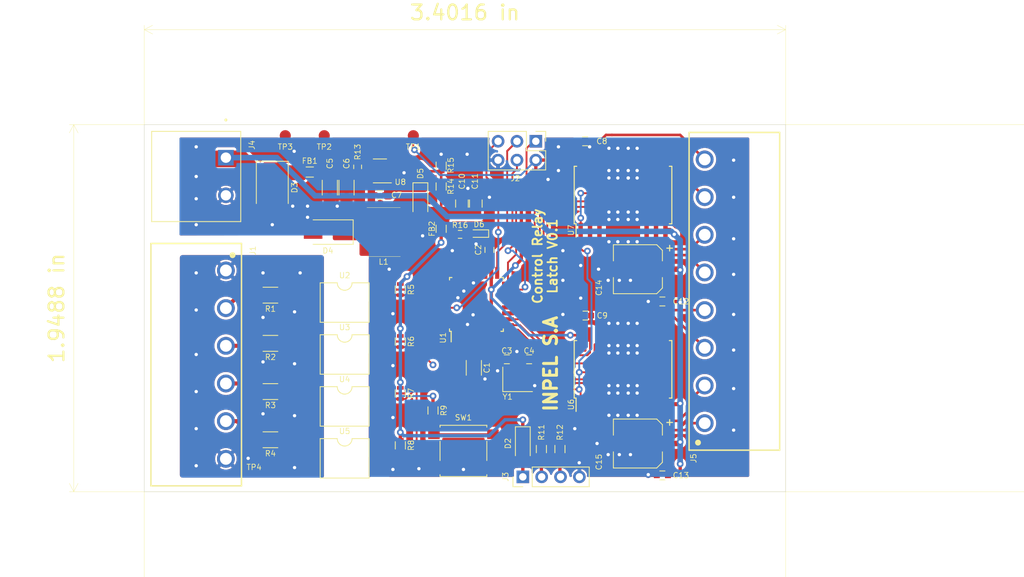
<source format=kicad_pcb>
(kicad_pcb (version 20171130) (host pcbnew "(5.1.2)-2")
  (title_block (title "EDS Relay Ctrl") (date 2020-08-07) (rev v0.1) (company "INPEL S.A"))
  (layers (0 F.Cu signal) (31 B.Cu signal) (34 B.Paste user) (35 F.Paste user) (36 B.SilkS user) (37 F.SilkS user) (38 B.Mask user) (39 F.Mask user) (44 Edge.Cuts user))
  (net 0 "")
  (net 1 GND)
  (net 2 /XTAL1)
  (net 3 /XTAL2)
  (net 4 "Net-(C5-Pad1)")
  (net 5 "Net-(C7-Pad2)")
  (net 6 "Net-(C7-Pad1)")
  (net 7 "Net-(C10-Pad1)")
  (net 8 VDD)
  (net 9 "Net-(D2-Pad2)")
  (net 10 "Net-(D6-Pad2)")
  (net 11 Earth)
  (net 12 /I-4)
  (net 13 /I-3)
  (net 14 /I-2)
  (net 15 /I-1)
  (net 16 /B4_MISO)
  (net 17 /B5_SCK)
  (net 18 /B3_MOSI)
  (net 19 /RESET)
  (net 20 "Net-(J3-Pad2)")
  (net 21 "Net-(J3-Pad3)")
  (net 22 /B-OUT-3)
  (net 23 /B-OUT-2)
  (net 24 /B-OUT-1)
  (net 25 /A-OUT-4)
  (net 26 /A-OUT-2)
  (net 27 /A-OUT-3)
  (net 28 /A-OUT-1)
  (net 29 /B-OUT-4)
  (net 30 "Net-(R1-Pad1)")
  (net 31 "Net-(R2-Pad1)")
  (net 32 "Net-(R3-Pad1)")
  (net 33 "Net-(R4-Pad1)")
  (net 34 /C0)
  (net 35 /C1)
  (net 36 /C2)
  (net 37 /C3)
  (net 38 /D0_RXD)
  (net 39 /D1_TXD)
  (net 40 "Net-(R14-Pad1)")
  (net 41 /A-IN-1)
  (net 42 /A-IN-2)
  (net 43 /A-IN-3)
  (net 44 /A-IN-4)
  (net 45 /B-IN-1)
  (net 46 /B-IN-2)
  (net 47 /B-IN-3)
  (net 48 /B-IN-4)
  (net 49 /ADC6)
  (net 50 /AREF)
  (net 51 /ADC7)
  (net 52 /C4)
  (net 53 /C5)
  (net 54 /ENABLE)
  (net 55 +5V)
  (net 56 "Net-(R13-Pad2)")
  (module Capacitors_SMD:CP_Elec_6.3x7.7 (layer F.Cu) (at 162.5 92.5 180)
    (fp_text reference C14 (at 5.25 -2.5 270) (layer F.SilkS) (effects (font (size 0.75 0.75) (thickness 0.1))))
    (fp_text value 100uF)
    (fp_text user + (at -4.28 2.91) (layer F.SilkS))
    (pad 2 smd rect (at 2.7 0) (size 3.5 1.6) (layers F.Cu F.Paste F.Mask) (net 1 GND))
    (pad 1 smd rect (at -2.7 0) (size 3.5 1.6) (layers F.Cu F.Paste F.Mask) (net 8 VDD))
  )
  (module EDS-Relays:BOR-2POS-PHOENIX_1757242 (layer F.Cu) (at 103 80 90)
    (fp_text reference J4 (at 4.25 7.5 90) (layer F.SilkS) (effects (font (size 0.75 0.75) (thickness 0.1))))
    (fp_text value PWR_Supply)
    (pad 1 thru_hole rect (at 2.54 4 90) (size 2.1 2.1) (drill 1.4) (layers *.Cu *.Mask) (net 8 VDD))
    (pad 2 thru_hole circle (at -2.54 4 90) (size 2.1 2.1) (drill 1.4) (layers *.Cu *.Mask) (net 1 GND))
  )
  (module Capacitors_SMD:C_0603 (layer F.Cu) (at 142.5 89.9 90)
    (fp_text reference C2 (at 0 -1.5 90) (layer F.SilkS) (effects (font (size 0.75 0.75) (thickness 0.1))))
    (fp_text value 100nF)
    (pad 1 smd rect (at -0.75 0 90) (size 0.8 0.75) (layers F.Cu F.Paste F.Mask) (net 55 +5V))
    (pad 2 smd rect (at 0.75 0 90) (size 0.8 0.75) (layers F.Cu F.Paste F.Mask) (net 1 GND))
  )
  (module Capacitors_SMD:C_0603 (layer F.Cu) (at 144.85 104.65)
    (fp_text reference C3 (at 0 -1.15) (layer F.SilkS) (effects (font (size 0.75 0.75) (thickness 0.1))))
    (fp_text value 12pF)
    (pad 1 smd rect (at -0.75 0) (size 0.8 0.75) (layers F.Cu F.Paste F.Mask) (net 2 /XTAL1))
    (pad 2 smd rect (at 0.75 0) (size 0.8 0.75) (layers F.Cu F.Paste F.Mask) (net 1 GND))
  )
  (module Capacitors_SMD:C_0603 (layer F.Cu) (at 147.85 104.65 180)
    (fp_text reference C4 (at 0 1.15) (layer F.SilkS) (effects (font (size 0.75 0.75) (thickness 0.1))))
    (fp_text value 12pF)
    (pad 2 smd rect (at 0.75 0 180) (size 0.8 0.75) (layers F.Cu F.Paste F.Mask) (net 1 GND))
    (pad 1 smd rect (at -0.75 0 180) (size 0.8 0.75) (layers F.Cu F.Paste F.Mask) (net 3 /XTAL2))
  )
  (module Capacitors_SMD:C_0603 (layer F.Cu) (at 127.75 82.5 180)
    (fp_text reference C7 (at -2.25 0) (layer F.SilkS) (effects (font (size 0.75 0.75) (thickness 0.1))))
    (fp_text value 100nF)
    (pad 2 smd rect (at 0.75 0 180) (size 0.8 0.75) (layers F.Cu F.Paste F.Mask) (net 5 "Net-(C7-Pad2)"))
    (pad 1 smd rect (at -0.75 0 180) (size 0.8 0.75) (layers F.Cu F.Paste F.Mask) (net 6 "Net-(C7-Pad1)"))
  )
  (module Capacitors_SMD:C_0603 (layer F.Cu) (at 155.4 75.25)
    (fp_text reference C8 (at 2.25 0) (layer F.SilkS) (effects (font (size 0.75 0.75) (thickness 0.1))))
    (fp_text value 100nF)
    (pad 2 smd rect (at 0.75 0) (size 0.8 0.75) (layers F.Cu F.Paste F.Mask) (net 1 GND))
    (pad 1 smd rect (at -0.75 0) (size 0.8 0.75) (layers F.Cu F.Paste F.Mask) (net 55 +5V))
  )
  (module Capacitors_SMD:C_0603 (layer F.Cu) (at 155.45 98.75)
    (fp_text reference C9 (at 2.25 0) (layer F.SilkS) (effects (font (size 0.75 0.75) (thickness 0.1))))
    (fp_text value 100nF)
    (pad 2 smd rect (at 0.75 0) (size 0.8 0.75) (layers F.Cu F.Paste F.Mask) (net 1 GND))
    (pad 1 smd rect (at -0.75 0) (size 0.8 0.75) (layers F.Cu F.Paste F.Mask) (net 55 +5V))
  )
  (module Capacitors_SMD:C_0805 (layer F.Cu) (at 138.8 83.65 90)
    (fp_text reference C10 (at 3 0 90) (layer F.SilkS) (effects (font (size 0.75 0.75) (thickness 0.1))))
    (fp_text value 10uF)
    (pad 1 smd rect (at -1 0 90) (size 1 1.25) (layers F.Cu F.Paste F.Mask) (net 7 "Net-(C10-Pad1)"))
    (pad 2 smd rect (at 1 0 90) (size 1 1.25) (layers F.Cu F.Paste F.Mask) (net 1 GND))
  )
  (module Capacitors_SMD:C_0805 (layer F.Cu) (at 140.670001 83.65 90)
    (fp_text reference C11 (at 3 -0.120001 90) (layer F.SilkS) (effects (font (size 0.75 0.75) (thickness 0.1))))
    (fp_text value 10uF)
    (pad 2 smd rect (at 1 0 90) (size 1 1.25) (layers F.Cu F.Paste F.Mask) (net 1 GND))
    (pad 1 smd rect (at -1 0 90) (size 1 1.25) (layers F.Cu F.Paste F.Mask) (net 7 "Net-(C10-Pad1)"))
  )
  (module Capacitors_SMD:C_0603 (layer F.Cu) (at 165.8 96.85 180)
    (fp_text reference C12 (at -2.5 0) (layer F.SilkS) (effects (font (size 0.75 0.75) (thickness 0.1))))
    (fp_text value 100nF)
    (pad 1 smd rect (at -0.75 0 180) (size 0.8 0.75) (layers F.Cu F.Paste F.Mask) (net 8 VDD))
    (pad 2 smd rect (at 0.75 0 180) (size 0.8 0.75) (layers F.Cu F.Paste F.Mask) (net 1 GND))
  )
  (module Capacitors_SMD:C_0603 (layer F.Cu) (at 165.8 120.3 180)
    (fp_text reference C13 (at -2.5 0) (layer F.SilkS) (effects (font (size 0.75 0.75) (thickness 0.1))))
    (fp_text value 100nF)
    (pad 1 smd rect (at -0.75 0 180) (size 0.8 0.75) (layers F.Cu F.Paste F.Mask) (net 8 VDD))
    (pad 2 smd rect (at 0.75 0 180) (size 0.8 0.75) (layers F.Cu F.Paste F.Mask) (net 1 GND))
  )
  (module Capacitors_SMD:CP_Elec_6.3x7.7 (layer F.Cu) (at 162.5 116 180)
    (fp_text reference C15 (at 5.25 -2.5 90) (layer F.SilkS) (effects (font (size 0.75 0.75) (thickness 0.1))))
    (fp_text value 100uF)
    (fp_text user + (at -4.28 2.91) (layer F.SilkS))
    (pad 1 smd rect (at -2.7 0) (size 3.5 1.6) (layers F.Cu F.Paste F.Mask) (net 8 VDD))
    (pad 2 smd rect (at 2.7 0) (size 3.5 1.6) (layers F.Cu F.Paste F.Mask) (net 1 GND))
  )
  (module Diodes_SMD:D_SOD-123 (layer F.Cu) (at 147 116 270)
    (fp_text reference D2 (at 0 2 90) (layer F.SilkS) (effects (font (size 0.75 0.75) (thickness 0.1))))
    (fp_text value 1N4148W)
    (pad 1 smd rect (at -1.65 0 270) (size 0.9 1.2) (layers F.Cu F.Paste F.Mask) (net 55 +5V))
    (pad 2 smd rect (at 1.65 0 270) (size 0.9 1.2) (layers F.Cu F.Paste F.Mask) (net 9 "Net-(D2-Pad2)"))
  )
  (module Diodes_SMD:D_SMB (layer F.Cu) (at 113.25 81.5 270)
    (fp_text reference D3 (at 0 -3 90) (layer F.SilkS) (effects (font (size 0.75 0.75) (thickness 0.1))))
    (fp_text value SMBJ30A)
    (pad 1 smd rect (at -2.15 0 270) (size 2.5 2.3) (layers F.Cu F.Paste F.Mask) (net 8 VDD))
    (pad 2 smd rect (at 2.15 0 270) (size 2.5 2.3) (layers F.Cu F.Paste F.Mask) (net 1 GND))
  )
  (module Diodes_SMD:D_SMA (layer F.Cu) (at 120.75 87.5 180)
    (fp_text reference D4 (at 0 -2.5) (layer F.SilkS) (effects (font (size 0.75 0.75) (thickness 0.1))))
    (fp_text value B140-13-F)
    (pad 1 smd rect (at -2 0 180) (size 2.5 1.8) (layers F.Cu F.Paste F.Mask) (net 5 "Net-(C7-Pad2)"))
    (pad 2 smd rect (at 2 0 180) (size 2.5 1.8) (layers F.Cu F.Paste F.Mask) (net 1 GND))
  )
  (module Diodes_SMD:D_SOD-123 (layer F.Cu) (at 133.2 83.1 270)
    (fp_text reference D5 (at -3.5 0 90) (layer F.SilkS) (effects (font (size 0.75 0.75) (thickness 0.1))))
    (fp_text value 1N4448W)
    (pad 2 smd rect (at 1.65 0 270) (size 0.9 1.2) (layers F.Cu F.Paste F.Mask) (net 7 "Net-(C10-Pad1)"))
    (pad 1 smd rect (at -1.65 0 270) (size 0.9 1.2) (layers F.Cu F.Paste F.Mask) (net 6 "Net-(C7-Pad1)"))
  )
  (module LEDs:LED_0603 (layer F.Cu) (at 141.1 87.7 180)
    (fp_text reference D6 (at 0 1.25) (layer F.SilkS) (effects (font (size 0.75 0.75) (thickness 0.1))))
    (fp_text value GREEN)
    (pad 2 smd rect (at 0.8 0) (size 0.8 0.8) (layers F.Cu F.Paste F.Mask) (net 10 "Net-(D6-Pad2)"))
    (pad 1 smd rect (at -0.8 0) (size 0.8 0.8) (layers F.Cu F.Paste F.Mask) (net 1 GND))
  )
  (module Inductors_SMD:L_0603 (layer F.Cu) (at 118.3 79.4)
    (fp_text reference FB1 (at 0 -1.5) (layer F.SilkS) (effects (font (size 0.75 0.75) (thickness 0.1))))
    (fp_text value 470R)
    (pad 1 smd rect (at -0.75 0) (size 0.5 0.9) (layers F.Cu F.Paste F.Mask) (net 8 VDD))
    (pad 2 smd rect (at 0.75 0) (size 0.5 0.9) (layers F.Cu F.Paste F.Mask) (net 4 "Net-(C5-Pad1)"))
  )
  (module Inductors_SMD:L_0603 (layer F.Cu) (at 136 87.05 90)
    (fp_text reference FB2 (at 0 -1.25 90) (layer F.SilkS) (effects (font (size 0.75 0.75) (thickness 0.1))))
    (fp_text value 470R)
    (pad 2 smd rect (at 0.75 0 90) (size 0.5 0.9) (layers F.Cu F.Paste F.Mask) (net 7 "Net-(C10-Pad1)"))
    (pad 1 smd rect (at -0.75 0 90) (size 0.5 0.9) (layers F.Cu F.Paste F.Mask) (net 55 +5V))
  )
  (module EDS-Relays:BOR-6POS-691313510006 (layer F.Cu) (at 107 105.37 270)
    (fp_text reference J1 (at -15.37 -3.635 90) (layer F.SilkS) (effects (font (size 0.75 0.75) (thickness 0.1))))
    (fp_text value IN-RELES)
    (pad 6 thru_hole circle (at 12.7 0 270) (size 2.4 2.4) (drill 1.6) (layers *.Cu *.Mask) (net 11 Earth))
    (pad 5 thru_hole circle (at 7.62 0 270) (size 2.4 2.4) (drill 1.6) (layers *.Cu *.Mask) (net 12 /I-4))
    (pad 4 thru_hole circle (at 2.54 0 270) (size 2.4 2.4) (drill 1.6) (layers *.Cu *.Mask) (net 13 /I-3))
    (pad 3 thru_hole circle (at -2.54 0 270) (size 2.4 2.4) (drill 1.6) (layers *.Cu *.Mask) (net 14 /I-2))
    (pad 1 thru_hole circle (at -12.7 0 270) (size 2.4 2.4) (drill 1.6) (layers *.Cu *.Mask) (net 11 Earth))
    (pad 2 thru_hole circle (at -7.62 0 270) (size 2.4 2.4) (drill 1.6) (layers *.Cu *.Mask) (net 15 /I-1))
  )
  (module Pin_Headers:Pin_Header_Straight_2x03_Pitch2.54mm (layer F.Cu) (at 148.75 75.25 270)
    (fp_text reference J2 (at 5 2.75 180) (layer F.SilkS) (effects (font (size 0.75 0.75) (thickness 0.1))))
    (fp_text value ICSP)
    (pad 1 thru_hole rect (at 0 0 270) (size 1.7 1.7) (drill 1) (layers *.Cu *.Mask) (net 16 /B4_MISO))
    (pad 2 thru_hole oval (at 2.54 0 270) (size 1.7 1.7) (drill 1) (layers *.Cu *.Mask) (net 55 +5V))
    (pad 3 thru_hole oval (at 0 2.54 270) (size 1.7 1.7) (drill 1) (layers *.Cu *.Mask) (net 17 /B5_SCK))
    (pad 4 thru_hole oval (at 2.54 2.54 270) (size 1.7 1.7) (drill 1) (layers *.Cu *.Mask) (net 18 /B3_MOSI))
    (pad 5 thru_hole oval (at 0 5.08 270) (size 1.7 1.7) (drill 1) (layers *.Cu *.Mask) (net 19 /RESET))
    (pad 6 thru_hole oval (at 2.54 5.08 270) (size 1.7 1.7) (drill 1) (layers *.Cu *.Mask) (net 1 GND))
  )
  (module Pin_Headers:Pin_Header_Straight_1x04_Pitch2.54mm (layer F.Cu) (at 147 120.5 90)
    (fp_text reference J3 (at 0 -2.33 90) (layer F.SilkS) (effects (font (size 0.75 0.75) (thickness 0.1))))
    (fp_text value "SERIAL TTL")
    (pad 1 thru_hole rect (at 0 0 90) (size 1.7 1.7) (drill 1) (layers *.Cu *.Mask) (net 9 "Net-(D2-Pad2)"))
    (pad 2 thru_hole oval (at 0 2.54 90) (size 1.7 1.7) (drill 1) (layers *.Cu *.Mask) (net 20 "Net-(J3-Pad2)"))
    (pad 3 thru_hole oval (at 0 5.08 90) (size 1.7 1.7) (drill 1) (layers *.Cu *.Mask) (net 21 "Net-(J3-Pad3)"))
    (pad 4 thru_hole oval (at 0 7.62 90) (size 1.7 1.7) (drill 1) (layers *.Cu *.Mask) (net 1 GND))
  )
  (module EDS-Relays:BOR-8POS_1 (layer F.Cu) (at 171.5 95.48 90)
    (fp_text reference J5 (at -22.52 -1.5 90) (layer F.SilkS) (effects (font (size 0.75 0.75) (thickness 0.1))))
    (fp_text value OUT-RELES)
    (pad 7 thru_hole circle (at 12.7 0 90) (size 2.4 2.4) (drill 1.6) (layers *.Cu *.Mask) (net 22 /B-OUT-3))
    (pad 6 thru_hole circle (at 7.62 0 90) (size 2.4 2.4) (drill 1.6) (layers *.Cu *.Mask) (net 23 /B-OUT-2))
    (pad 5 thru_hole circle (at 2.54 0 90) (size 2.4 2.4) (drill 1.6) (layers *.Cu *.Mask) (net 24 /B-OUT-1))
    (pad 4 thru_hole circle (at -2.54 0 90) (size 2.4 2.4) (drill 1.6) (layers *.Cu *.Mask) (net 25 /A-OUT-4))
    (pad 2 thru_hole circle (at -12.7 0 90) (size 2.4 2.4) (drill 1.6) (layers *.Cu *.Mask) (net 26 /A-OUT-2))
    (pad 3 thru_hole circle (at -7.62 0 90) (size 2.4 2.4) (drill 1.6) (layers *.Cu *.Mask) (net 27 /A-OUT-3))
    (pad 1 thru_hole circle (at -17.78 0 90) (size 2.4 2.4) (drill 1.6) (layers *.Cu *.Mask) (net 28 /A-OUT-1))
    (pad 8 thru_hole circle (at 17.78 0 90) (size 2.4 2.4) (drill 1.6) (layers *.Cu *.Mask) (net 29 /B-OUT-4))
  )
  (module Resistors_SMD:R_1206_HandSoldering (layer F.Cu) (at 113 96 180)
    (fp_text reference R1 (at 0 -1.85) (layer F.SilkS) (effects (font (size 0.75 0.75) (thickness 0.1))))
    (fp_text value 4.7K)
    (pad 1 smd rect (at -2 0 180) (size 2 1.7) (layers F.Cu F.Paste F.Mask) (net 30 "Net-(R1-Pad1)"))
    (pad 2 smd rect (at 2 0 180) (size 2 1.7) (layers F.Cu F.Paste F.Mask) (net 15 /I-1))
  )
  (module Resistors_SMD:R_1206_HandSoldering (layer F.Cu) (at 113 102.5 180)
    (fp_text reference R2 (at 0 -1.85) (layer F.SilkS) (effects (font (size 0.75 0.75) (thickness 0.1))))
    (fp_text value 4.7K)
    (pad 1 smd rect (at -2 0 180) (size 2 1.7) (layers F.Cu F.Paste F.Mask) (net 31 "Net-(R2-Pad1)"))
    (pad 2 smd rect (at 2 0 180) (size 2 1.7) (layers F.Cu F.Paste F.Mask) (net 14 /I-2))
  )
  (module Resistors_SMD:R_1206_HandSoldering (layer F.Cu) (at 113 109 180)
    (fp_text reference R3 (at 0 -1.85) (layer F.SilkS) (effects (font (size 0.75 0.75) (thickness 0.1))))
    (fp_text value 4.7K)
    (pad 2 smd rect (at 2 0 180) (size 2 1.7) (layers F.Cu F.Paste F.Mask) (net 13 /I-3))
    (pad 1 smd rect (at -2 0 180) (size 2 1.7) (layers F.Cu F.Paste F.Mask) (net 32 "Net-(R3-Pad1)"))
  )
  (module Resistors_SMD:R_1206_HandSoldering (layer F.Cu) (at 113 115.5 180)
    (fp_text reference R4 (at 0 -1.85) (layer F.SilkS) (effects (font (size 0.75 0.75) (thickness 0.1))))
    (fp_text value 4.7K)
    (pad 2 smd rect (at 2 0 180) (size 2 1.7) (layers F.Cu F.Paste F.Mask) (net 12 /I-4))
    (pad 1 smd rect (at -2 0 180) (size 2 1.7) (layers F.Cu F.Paste F.Mask) (net 33 "Net-(R4-Pad1)"))
  )
  (module Resistors_SMD:R_0603 (layer F.Cu) (at 130.5 95.25 270)
    (fp_text reference R5 (at 0 -1.45 90) (layer F.SilkS) (effects (font (size 0.75 0.75) (thickness 0.1))))
    (fp_text value 10K)
    (pad 2 smd rect (at 0.75 0 270) (size 0.5 0.9) (layers F.Cu F.Paste F.Mask) (net 34 /C0))
    (pad 1 smd rect (at -0.75 0 270) (size 0.5 0.9) (layers F.Cu F.Paste F.Mask) (net 55 +5V))
  )
  (module Resistors_SMD:R_0603 (layer F.Cu) (at 130.5 102.25 270)
    (fp_text reference R6 (at 0 -1.45 90) (layer F.SilkS) (effects (font (size 0.75 0.75) (thickness 0.1))))
    (fp_text value 10K)
    (pad 1 smd rect (at -0.75 0 270) (size 0.5 0.9) (layers F.Cu F.Paste F.Mask) (net 55 +5V))
    (pad 2 smd rect (at 0.75 0 270) (size 0.5 0.9) (layers F.Cu F.Paste F.Mask) (net 35 /C1))
  )
  (module Resistors_SMD:R_0603 (layer F.Cu) (at 130.5 109.25 270)
    (fp_text reference R7 (at 0 -1.45 90) (layer F.SilkS) (effects (font (size 0.75 0.75) (thickness 0.1))))
    (fp_text value 10K)
    (pad 2 smd rect (at 0.75 0 270) (size 0.5 0.9) (layers F.Cu F.Paste F.Mask) (net 36 /C2))
    (pad 1 smd rect (at -0.75 0 270) (size 0.5 0.9) (layers F.Cu F.Paste F.Mask) (net 55 +5V))
  )
  (module Resistors_SMD:R_0603 (layer F.Cu) (at 130.5 116.25 270)
    (fp_text reference R8 (at 0 -1.45 90) (layer F.SilkS) (effects (font (size 0.75 0.75) (thickness 0.1))))
    (fp_text value 10K)
    (pad 1 smd rect (at -0.75 0 270) (size 0.5 0.9) (layers F.Cu F.Paste F.Mask) (net 55 +5V))
    (pad 2 smd rect (at 0.75 0 270) (size 0.5 0.9) (layers F.Cu F.Paste F.Mask) (net 37 /C3))
  )
  (module Resistors_SMD:R_0603 (layer F.Cu) (at 134.9 111.55 270)
    (fp_text reference R9 (at 0 -1.45 90) (layer F.SilkS) (effects (font (size 0.75 0.75) (thickness 0.1))))
    (fp_text value 10k)
    (pad 1 smd rect (at -0.75 0 270) (size 0.5 0.9) (layers F.Cu F.Paste F.Mask) (net 55 +5V))
    (pad 2 smd rect (at 0.75 0 270) (size 0.5 0.9) (layers F.Cu F.Paste F.Mask) (net 19 /RESET))
  )
  (module Resistors_SMD:R_0603 (layer F.Cu) (at 149.5 116.75 270)
    (fp_text reference R11 (at -2.25 0 90) (layer F.SilkS) (effects (font (size 0.75 0.75) (thickness 0.1))))
    (fp_text value 1K)
    (pad 2 smd rect (at 0.75 0 270) (size 0.5 0.9) (layers F.Cu F.Paste F.Mask) (net 20 "Net-(J3-Pad2)"))
    (pad 1 smd rect (at -0.75 0 270) (size 0.5 0.9) (layers F.Cu F.Paste F.Mask) (net 38 /D0_RXD))
  )
  (module Resistors_SMD:R_0603 (layer F.Cu) (at 152 116.75 270)
    (fp_text reference R12 (at -2.25 0 90) (layer F.SilkS) (effects (font (size 0.75 0.75) (thickness 0.1))))
    (fp_text value 1K)
    (pad 1 smd rect (at -0.75 0 270) (size 0.5 0.9) (layers F.Cu F.Paste F.Mask) (net 39 /D1_TXD))
    (pad 2 smd rect (at 0.75 0 270) (size 0.5 0.9) (layers F.Cu F.Paste F.Mask) (net 21 "Net-(J3-Pad3)"))
  )
  (module Resistors_SMD:R_0402 (layer F.Cu) (at 124.75 78.7 90)
    (fp_text reference R13 (at 2 0 90) (layer F.SilkS) (effects (font (size 0.75 0.75) (thickness 0.1))))
    (fp_text value 1M)
    (pad 2 smd rect (at 0.45 0 90) (size 0.4 0.6) (layers F.Cu F.Paste F.Mask) (net 56 "Net-(R13-Pad2)"))
    (pad 1 smd rect (at -0.45 0 90) (size 0.4 0.6) (layers F.Cu F.Paste F.Mask) (net 4 "Net-(C5-Pad1)"))
  )
  (module Resistors_SMD:R_0603 (layer F.Cu) (at 136 81.35 270)
    (fp_text reference R14 (at 0 -1.3 90) (layer F.SilkS) (effects (font (size 0.75 0.75) (thickness 0.1))))
    (fp_text value 52.3k)
    (pad 2 smd rect (at 0.75 0 270) (size 0.5 0.9) (layers F.Cu F.Paste F.Mask) (net 7 "Net-(C10-Pad1)"))
    (pad 1 smd rect (at -0.75 0 270) (size 0.5 0.9) (layers F.Cu F.Paste F.Mask) (net 40 "Net-(R14-Pad1)"))
  )
  (module Resistors_SMD:R_0603 (layer F.Cu) (at 136 78.55 270)
    (fp_text reference R15 (at -0.05 -1.3 90) (layer F.SilkS) (effects (font (size 0.75 0.75) (thickness 0.1))))
    (fp_text value 10K)
    (pad 1 smd rect (at -0.75 0 270) (size 0.5 0.9) (layers F.Cu F.Paste F.Mask) (net 1 GND))
    (pad 2 smd rect (at 0.75 0 270) (size 0.5 0.9) (layers F.Cu F.Paste F.Mask) (net 40 "Net-(R14-Pad1)"))
  )
  (module Resistors_SMD:R_0402 (layer F.Cu) (at 138.55 87.8 180)
    (fp_text reference R16 (at 0 1.25) (layer F.SilkS) (effects (font (size 0.75 0.75) (thickness 0.1))))
    (fp_text value 300)
    (pad 1 smd rect (at -0.45 0 180) (size 0.4 0.6) (layers F.Cu F.Paste F.Mask) (net 10 "Net-(D6-Pad2)"))
    (pad 2 smd rect (at 0.45 0 180) (size 0.4 0.6) (layers F.Cu F.Paste F.Mask) (net 55 +5V))
  )
  (module Buttons_Switches_SMD:SW_SPST_B3S-1000 (layer F.Cu) (at 139 117)
    (fp_text reference SW1 (at 0 -4.5) (layer F.SilkS) (effects (font (size 0.75 0.75) (thickness 0.1))))
    (fp_text value SW_Push)
    (pad 1 smd rect (at -3.975 -2.25) (size 1.55 1.3) (layers F.Cu F.Paste F.Mask) (net 19 /RESET))
    (pad 1 smd rect (at 3.975 -2.25) (size 1.55 1.3) (layers F.Cu F.Paste F.Mask) (net 19 /RESET))
    (pad 2 smd rect (at -3.975 2.25) (size 1.55 1.3) (layers F.Cu F.Paste F.Mask) (net 1 GND))
    (pad 2 smd rect (at 3.975 2.25) (size 1.55 1.3) (layers F.Cu F.Paste F.Mask) (net 1 GND))
  )
  (module Housings_QFP:TQFP-32_7x7mm_Pitch0.8mm (layer F.Cu) (at 140.75 97.25 90)
    (fp_text reference U1 (at -4.5 -4.5 90) (layer F.SilkS) (effects (font (size 0.75 0.75) (thickness 0.1))))
    (fp_text value ATmega328P-AU)
    (pad 1 smd rect (at -4.25 -2.8 90) (size 1.6 0.55) (layers F.Cu F.Paste F.Mask) (net 41 /A-IN-1))
    (pad 2 smd rect (at -4.25 -2 90) (size 1.6 0.55) (layers F.Cu F.Paste F.Mask) (net 42 /A-IN-2))
    (pad 3 smd rect (at -4.25 -1.2 90) (size 1.6 0.55) (layers F.Cu F.Paste F.Mask) (net 1 GND))
    (pad 4 smd rect (at -4.25 -0.4 90) (size 1.6 0.55) (layers F.Cu F.Paste F.Mask) (net 55 +5V))
    (pad 5 smd rect (at -4.25 0.4 90) (size 1.6 0.55) (layers F.Cu F.Paste F.Mask) (net 1 GND))
    (pad 6 smd rect (at -4.25 1.2 90) (size 1.6 0.55) (layers F.Cu F.Paste F.Mask) (net 55 +5V))
    (pad 7 smd rect (at -4.25 2 90) (size 1.6 0.55) (layers F.Cu F.Paste F.Mask) (net 2 /XTAL1))
    (pad 8 smd rect (at -4.25 2.8 90) (size 1.6 0.55) (layers F.Cu F.Paste F.Mask) (net 3 /XTAL2))
    (pad 9 smd rect (at -2.8 4.25 180) (size 1.6 0.55) (layers F.Cu F.Paste F.Mask) (net 43 /A-IN-3))
    (pad 10 smd rect (at -2 4.25 180) (size 1.6 0.55) (layers F.Cu F.Paste F.Mask) (net 44 /A-IN-4))
    (pad 11 smd rect (at -1.2 4.25 180) (size 1.6 0.55) (layers F.Cu F.Paste F.Mask) (net 45 /B-IN-1))
    (pad 12 smd rect (at -0.4 4.25 180) (size 1.6 0.55) (layers F.Cu F.Paste F.Mask) (net 46 /B-IN-2))
    (pad 13 smd rect (at 0.4 4.25 180) (size 1.6 0.55) (layers F.Cu F.Paste F.Mask) (net 47 /B-IN-3))
    (pad 14 smd rect (at 1.2 4.25 180) (size 1.6 0.55) (layers F.Cu F.Paste F.Mask) (net 48 /B-IN-4))
    (pad 15 smd rect (at 2 4.25 180) (size 1.6 0.55) (layers F.Cu F.Paste F.Mask) (net 18 /B3_MOSI))
    (pad 16 smd rect (at 2.8 4.25 180) (size 1.6 0.55) (layers F.Cu F.Paste F.Mask) (net 16 /B4_MISO))
    (pad 17 smd rect (at 4.25 2.8 90) (size 1.6 0.55) (layers F.Cu F.Paste F.Mask) (net 17 /B5_SCK))
    (pad 18 smd rect (at 4.25 2 90) (size 1.6 0.55) (layers F.Cu F.Paste F.Mask) (net 55 +5V))
    (pad 19 smd rect (at 4.25 1.2 90) (size 1.6 0.55) (layers F.Cu F.Paste F.Mask) (net 49 /ADC6))
    (pad 20 smd rect (at 4.25 0.4 90) (size 1.6 0.55) (layers F.Cu F.Paste F.Mask) (net 50 /AREF))
    (pad 21 smd rect (at 4.25 -0.4 90) (size 1.6 0.55) (layers F.Cu F.Paste F.Mask) (net 1 GND))
    (pad 22 smd rect (at 4.25 -1.2 90) (size 1.6 0.55) (layers F.Cu F.Paste F.Mask) (net 51 /ADC7))
    (pad 23 smd rect (at 4.25 -2 90) (size 1.6 0.55) (layers F.Cu F.Paste F.Mask) (net 34 /C0))
    (pad 24 smd rect (at 4.25 -2.8 90) (size 1.6 0.55) (layers F.Cu F.Paste F.Mask) (net 35 /C1))
    (pad 25 smd rect (at 2.8 -4.25 180) (size 1.6 0.55) (layers F.Cu F.Paste F.Mask) (net 36 /C2))
    (pad 26 smd rect (at 2 -4.25 180) (size 1.6 0.55) (layers F.Cu F.Paste F.Mask) (net 37 /C3))
    (pad 27 smd rect (at 1.2 -4.25 180) (size 1.6 0.55) (layers F.Cu F.Paste F.Mask) (net 52 /C4))
    (pad 28 smd rect (at 0.4 -4.25 180) (size 1.6 0.55) (layers F.Cu F.Paste F.Mask) (net 53 /C5))
    (pad 29 smd rect (at -0.4 -4.25 180) (size 1.6 0.55) (layers F.Cu F.Paste F.Mask) (net 19 /RESET))
    (pad 30 smd rect (at -1.2 -4.25 180) (size 1.6 0.55) (layers F.Cu F.Paste F.Mask) (net 38 /D0_RXD))
    (pad 31 smd rect (at -2 -4.25 180) (size 1.6 0.55) (layers F.Cu F.Paste F.Mask) (net 39 /D1_TXD))
    (pad 32 smd rect (at -2.8 -4.25 180) (size 1.6 0.55) (layers F.Cu F.Paste F.Mask) (net 54 /ENABLE))
  )
  (module Housings_DIP:DIP-4_W9.53mm_SMD (layer F.Cu) (at 123 97)
    (fp_text reference U2 (at 0 -3.66) (layer F.SilkS) (effects (font (size 0.75 0.75) (thickness 0.1))))
    (fp_text value PC817)
    (pad 1 smd rect (at -4.765 -1.27) (size 2 1.78) (layers F.Cu F.Paste F.Mask) (net 30 "Net-(R1-Pad1)"))
    (pad 3 smd rect (at 4.765 1.27) (size 2 1.78) (layers F.Cu F.Paste F.Mask) (net 1 GND))
    (pad 2 smd rect (at -4.765 1.27) (size 2 1.78) (layers F.Cu F.Paste F.Mask) (net 11 Earth))
    (pad 4 smd rect (at 4.765 -1.27) (size 2 1.78) (layers F.Cu F.Paste F.Mask) (net 34 /C0))
  )
  (module Housings_DIP:DIP-4_W9.53mm_SMD (layer F.Cu) (at 123 104)
    (fp_text reference U3 (at 0 -3.66) (layer F.SilkS) (effects (font (size 0.75 0.75) (thickness 0.1))))
    (fp_text value PC817)
    (pad 1 smd rect (at -4.765 -1.27) (size 2 1.78) (layers F.Cu F.Paste F.Mask) (net 31 "Net-(R2-Pad1)"))
    (pad 3 smd rect (at 4.765 1.27) (size 2 1.78) (layers F.Cu F.Paste F.Mask) (net 1 GND))
    (pad 2 smd rect (at -4.765 1.27) (size 2 1.78) (layers F.Cu F.Paste F.Mask) (net 11 Earth))
    (pad 4 smd rect (at 4.765 -1.27) (size 2 1.78) (layers F.Cu F.Paste F.Mask) (net 35 /C1))
  )
  (module Housings_DIP:DIP-4_W9.53mm_SMD (layer F.Cu) (at 123 111)
    (fp_text reference U4 (at 0 -3.66) (layer F.SilkS) (effects (font (size 0.75 0.75) (thickness 0.1))))
    (fp_text value PC817)
    (pad 4 smd rect (at 4.765 -1.27) (size 2 1.78) (layers F.Cu F.Paste F.Mask) (net 36 /C2))
    (pad 2 smd rect (at -4.765 1.27) (size 2 1.78) (layers F.Cu F.Paste F.Mask) (net 11 Earth))
    (pad 3 smd rect (at 4.765 1.27) (size 2 1.78) (layers F.Cu F.Paste F.Mask) (net 1 GND))
    (pad 1 smd rect (at -4.765 -1.27) (size 2 1.78) (layers F.Cu F.Paste F.Mask) (net 32 "Net-(R3-Pad1)"))
  )
  (module Housings_DIP:DIP-4_W9.53mm_SMD (layer F.Cu) (at 123 118)
    (fp_text reference U5 (at 0 -3.66) (layer F.SilkS) (effects (font (size 0.75 0.75) (thickness 0.1))))
    (fp_text value PC817)
    (pad 4 smd rect (at 4.765 -1.27) (size 2 1.78) (layers F.Cu F.Paste F.Mask) (net 37 /C3))
    (pad 2 smd rect (at -4.765 1.27) (size 2 1.78) (layers F.Cu F.Paste F.Mask) (net 11 Earth))
    (pad 3 smd rect (at 4.765 1.27) (size 2 1.78) (layers F.Cu F.Paste F.Mask) (net 1 GND))
    (pad 1 smd rect (at -4.765 -1.27) (size 2 1.78) (layers F.Cu F.Paste F.Mask) (net 33 "Net-(R4-Pad1)"))
  )
  (module Housings_SOIC:SOIC-20W_7.5x12.8mm_Pitch1.27mm (layer F.Cu) (at 160.5 106 90)
    (fp_text reference U6 (at -4.75 -7 90) (layer F.SilkS) (effects (font (size 0.75 0.75) (thickness 0.1))))
    (fp_text value L293DD013TR)
    (pad 20 smd rect (at 4.7 -5.715 90) (size 1.95 0.6) (layers F.Cu F.Paste F.Mask) (net 55 +5V))
    (pad 19 smd rect (at 4.7 -4.445 90) (size 1.95 0.6) (layers F.Cu F.Paste F.Mask) (net 44 /A-IN-4))
    (pad 18 smd rect (at 4.7 -3.175 90) (size 1.95 0.6) (layers F.Cu F.Paste F.Mask) (net 25 /A-OUT-4))
    (pad 17 smd rect (at 4.7 -1.905 90) (size 1.95 0.6) (layers F.Cu F.Paste F.Mask) (net 1 GND))
    (pad 16 smd rect (at 4.7 -0.635 90) (size 1.95 0.6) (layers F.Cu F.Paste F.Mask) (net 1 GND))
    (pad 15 smd rect (at 4.7 0.635 90) (size 1.95 0.6) (layers F.Cu F.Paste F.Mask) (net 1 GND))
    (pad 14 smd rect (at 4.7 1.905 90) (size 1.95 0.6) (layers F.Cu F.Paste F.Mask) (net 1 GND))
    (pad 13 smd rect (at 4.7 3.175 90) (size 1.95 0.6) (layers F.Cu F.Paste F.Mask) (net 27 /A-OUT-3))
    (pad 12 smd rect (at 4.7 4.445 90) (size 1.95 0.6) (layers F.Cu F.Paste F.Mask) (net 43 /A-IN-3))
    (pad 11 smd rect (at 4.7 5.715 90) (size 1.95 0.6) (layers F.Cu F.Paste F.Mask) (net 54 /ENABLE))
    (pad 10 smd rect (at -4.7 5.715 90) (size 1.95 0.6) (layers F.Cu F.Paste F.Mask) (net 8 VDD))
    (pad 9 smd rect (at -4.7 4.445 90) (size 1.95 0.6) (layers F.Cu F.Paste F.Mask) (net 42 /A-IN-2))
    (pad 8 smd rect (at -4.7 3.175 90) (size 1.95 0.6) (layers F.Cu F.Paste F.Mask) (net 26 /A-OUT-2))
    (pad 7 smd rect (at -4.7 1.905 90) (size 1.95 0.6) (layers F.Cu F.Paste F.Mask) (net 1 GND))
    (pad 6 smd rect (at -4.7 0.635 90) (size 1.95 0.6) (layers F.Cu F.Paste F.Mask) (net 1 GND))
    (pad 5 smd rect (at -4.7 -0.635 90) (size 1.95 0.6) (layers F.Cu F.Paste F.Mask) (net 1 GND))
    (pad 4 smd rect (at -4.7 -1.905 90) (size 1.95 0.6) (layers F.Cu F.Paste F.Mask) (net 1 GND))
    (pad 3 smd rect (at -4.7 -3.175 90) (size 1.95 0.6) (layers F.Cu F.Paste F.Mask) (net 28 /A-OUT-1))
    (pad 2 smd rect (at -4.7 -4.445 90) (size 1.95 0.6) (layers F.Cu F.Paste F.Mask) (net 41 /A-IN-1))
    (pad 1 smd rect (at -4.7 -5.715 90) (size 1.95 0.6) (layers F.Cu F.Paste F.Mask) (net 54 /ENABLE))
  )
  (module Housings_SOIC:SOIC-20W_7.5x12.8mm_Pitch1.27mm (layer F.Cu) (at 160.5 82.5 90)
    (fp_text reference U7 (at -4.75 -7 90) (layer F.SilkS) (effects (font (size 0.75 0.75) (thickness 0.1))))
    (fp_text value L293DD013TR)
    (pad 1 smd rect (at -4.7 -5.715 90) (size 1.95 0.6) (layers F.Cu F.Paste F.Mask) (net 54 /ENABLE))
    (pad 2 smd rect (at -4.7 -4.445 90) (size 1.95 0.6) (layers F.Cu F.Paste F.Mask) (net 45 /B-IN-1))
    (pad 3 smd rect (at -4.7 -3.175 90) (size 1.95 0.6) (layers F.Cu F.Paste F.Mask) (net 24 /B-OUT-1))
    (pad 4 smd rect (at -4.7 -1.905 90) (size 1.95 0.6) (layers F.Cu F.Paste F.Mask) (net 1 GND))
    (pad 5 smd rect (at -4.7 -0.635 90) (size 1.95 0.6) (layers F.Cu F.Paste F.Mask) (net 1 GND))
    (pad 6 smd rect (at -4.7 0.635 90) (size 1.95 0.6) (layers F.Cu F.Paste F.Mask) (net 1 GND))
    (pad 7 smd rect (at -4.7 1.905 90) (size 1.95 0.6) (layers F.Cu F.Paste F.Mask) (net 1 GND))
    (pad 8 smd rect (at -4.7 3.175 90) (size 1.95 0.6) (layers F.Cu F.Paste F.Mask) (net 23 /B-OUT-2))
    (pad 9 smd rect (at -4.7 4.445 90) (size 1.95 0.6) (layers F.Cu F.Paste F.Mask) (net 46 /B-IN-2))
    (pad 10 smd rect (at -4.7 5.715 90) (size 1.95 0.6) (layers F.Cu F.Paste F.Mask) (net 8 VDD))
    (pad 11 smd rect (at 4.7 5.715 90) (size 1.95 0.6) (layers F.Cu F.Paste F.Mask) (net 54 /ENABLE))
    (pad 12 smd rect (at 4.7 4.445 90) (size 1.95 0.6) (layers F.Cu F.Paste F.Mask) (net 47 /B-IN-3))
    (pad 13 smd rect (at 4.7 3.175 90) (size 1.95 0.6) (layers F.Cu F.Paste F.Mask) (net 22 /B-OUT-3))
    (pad 14 smd rect (at 4.7 1.905 90) (size 1.95 0.6) (layers F.Cu F.Paste F.Mask) (net 1 GND))
    (pad 15 smd rect (at 4.7 0.635 90) (size 1.95 0.6) (layers F.Cu F.Paste F.Mask) (net 1 GND))
    (pad 16 smd rect (at 4.7 -0.635 90) (size 1.95 0.6) (layers F.Cu F.Paste F.Mask) (net 1 GND))
    (pad 17 smd rect (at 4.7 -1.905 90) (size 1.95 0.6) (layers F.Cu F.Paste F.Mask) (net 1 GND))
    (pad 18 smd rect (at 4.7 -3.175 90) (size 1.95 0.6) (layers F.Cu F.Paste F.Mask) (net 29 /B-OUT-4))
    (pad 19 smd rect (at 4.7 -4.445 90) (size 1.95 0.6) (layers F.Cu F.Paste F.Mask) (net 48 /B-IN-4))
    (pad 20 smd rect (at 4.7 -5.715 90) (size 1.95 0.6) (layers F.Cu F.Paste F.Mask) (net 55 +5V))
  )
  (module TO_SOT_Packages_SMD:SOT-23-6 (layer F.Cu) (at 127.75 79.25 180)
    (fp_text reference U8 (at -2.75 -1.5) (layer F.SilkS) (effects (font (size 0.75 0.75) (thickness 0.1))))
    (fp_text value MCP16301)
    (pad 1 smd rect (at -1.1 -0.95 180) (size 1.06 0.65) (layers F.Cu F.Paste F.Mask) (net 6 "Net-(C7-Pad1)"))
    (pad 2 smd rect (at -1.1 0 180) (size 1.06 0.65) (layers F.Cu F.Paste F.Mask) (net 1 GND))
    (pad 3 smd rect (at -1.1 0.95 180) (size 1.06 0.65) (layers F.Cu F.Paste F.Mask) (net 40 "Net-(R14-Pad1)"))
    (pad 4 smd rect (at 1.1 0.95 180) (size 1.06 0.65) (layers F.Cu F.Paste F.Mask) (net 56 "Net-(R13-Pad2)"))
    (pad 6 smd rect (at 1.1 -0.95 180) (size 1.06 0.65) (layers F.Cu F.Paste F.Mask) (net 5 "Net-(C7-Pad2)"))
    (pad 5 smd rect (at 1.1 0 180) (size 1.06 0.65) (layers F.Cu F.Paste F.Mask) (net 4 "Net-(C5-Pad1)"))
  )
  (module EDS-Relays:PA4319 (layer F.Cu) (at 128.25 87.5)
    (fp_text reference L1 (at 0 4) (layer F.SilkS) (effects (font (size 0.75 0.75) (thickness 0.1))))
    (fp_text value PA4319.223NLT)
    (pad 1 smd rect (at -2.425 0) (size 1.524 6) (layers F.Cu F.Paste F.Mask) (net 5 "Net-(C7-Pad2)"))
    (pad 2 smd rect (at 2.425 0) (size 1.524 6) (layers F.Cu F.Paste F.Mask) (net 7 "Net-(C10-Pad1)"))
  )
  (module Measurement_Points:Measurement_Point_Round-SMD-Pad_Small (layer F.Cu) (at 120.25 74.5)
    (fp_text reference TP2 (at 0 1.5) (layer F.SilkS) (effects (font (size 0.75 0.75) (thickness 0.1))))
    (fp_text value VDC)
    (pad 1 smd circle (at 0 0) (size 1.5 1.5) (layers F.Cu F.Mask) (net 8 VDD))
  )
  (module Measurement_Points:Measurement_Point_Round-SMD-Pad_Small (layer F.Cu) (at 132.25 74.5)
    (fp_text reference TP1 (at 0 1.5) (layer F.SilkS) (effects (font (size 0.75 0.75) (thickness 0.1))))
    (fp_text value 5V)
    (pad 1 smd circle (at 0 0) (size 1.5 1.5) (layers F.Cu F.Mask) (net 55 +5V))
  )
  (module Measurement_Points:Measurement_Point_Round-SMD-Pad_Small (layer F.Cu) (at 115 74.5)
    (fp_text reference TP3 (at 0 1.5) (layer F.SilkS) (effects (font (size 0.75 0.75) (thickness 0.1))))
    (fp_text value GND)
    (pad 1 smd circle (at 0 0) (size 1.5 1.5) (layers F.Cu F.Mask) (net 1 GND))
  )
  (module Crystals:Crystal_SMD_3225-4pin_3.2x2.5mm (layer F.Cu) (at 146.3 107.35)
    (fp_text reference Y1 (at -1.35 2.35) (layer F.SilkS) (effects (font (size 0.75 0.75) (thickness 0.1))))
    (fp_text value 16MHz)
    (pad 1 smd rect (at -1.1 0.85) (size 1.4 1.2) (layers F.Cu F.Paste F.Mask) (net 2 /XTAL1))
    (pad 2 smd rect (at 1.1 0.85) (size 1.4 1.2) (layers F.Cu F.Paste F.Mask) (net 1 GND))
    (pad 3 smd rect (at 1.1 -0.85) (size 1.4 1.2) (layers F.Cu F.Paste F.Mask) (net 3 /XTAL2))
    (pad 4 smd rect (at -1.1 -0.85) (size 1.4 1.2) (layers F.Cu F.Paste F.Mask) (net 1 GND))
  )
  (module Capacitors_SMD:C_1206 (layer F.Cu) (at 140.4 105.8 270)
    (fp_text reference C1 (at 0 -1.75 90) (layer F.SilkS) (effects (font (size 0.75 0.75) (thickness 0.1))))
    (fp_text value 4.7uF)
    (pad 1 smd rect (at -1.5 0 270) (size 1 1.6) (layers F.Cu F.Paste F.Mask) (net 55 +5V))
    (pad 2 smd rect (at 1.5 0 270) (size 1 1.6) (layers F.Cu F.Paste F.Mask) (net 1 GND))
  )
  (module Capacitors_SMD:C_1206 (layer F.Cu) (at 121 81.5 270)
    (fp_text reference C5 (at -3.25 0 90) (layer F.SilkS) (effects (font (size 0.75 0.75) (thickness 0.1))))
    (fp_text value 4.7uF)
    (pad 2 smd rect (at 1.5 0 270) (size 1 1.6) (layers F.Cu F.Paste F.Mask) (net 1 GND))
    (pad 1 smd rect (at -1.5 0 270) (size 1 1.6) (layers F.Cu F.Paste F.Mask) (net 4 "Net-(C5-Pad1)"))
  )
  (module Capacitors_SMD:C_1206 (layer F.Cu) (at 123.25 81.5 270)
    (fp_text reference C6 (at -3.25 0 90) (layer F.SilkS) (effects (font (size 0.75 0.75) (thickness 0.1))))
    (fp_text value 4.7uF)
    (pad 1 smd rect (at -1.5 0 270) (size 1 1.6) (layers F.Cu F.Paste F.Mask) (net 4 "Net-(C5-Pad1)"))
    (pad 2 smd rect (at 1.5 0 270) (size 1 1.6) (layers F.Cu F.Paste F.Mask) (net 1 GND))
  )
  (module Measurement_Points:Measurement_Point_Round-SMD-Pad_Small (layer F.Cu) (at 112.8 119.2)
    (fp_text reference TP4 (at -2 0) (layer F.SilkS) (effects (font (size 0.75 0.75) (thickness 0.1))))
    (fp_text value COM)
    (pad 1 smd circle (at 0 0) (size 1.5 1.5) (layers F.Cu F.Mask) (net 11 Earth))
  )
  (gr_text "INPEL S.A" (at 150.75 105.25 90) (layer F.SilkS) (effects (font (size 1.75 1.75) (thickness 0.4))))
  (gr_text "Control Relay\nLatch V0.1" (at 150 90.75 90) (layer F.SilkS) (effects (font (size 1.25 1.25) (thickness 0.25))))
  (gr_line (start 96 73) (end 96 122.5) (layer Edge.Cuts) (width 0.05))
  (gr_line (start 182.4 73) (end 96 73) (layer Edge.Cuts) (width 0.05))
  (gr_line (start 182.4 122.5) (end 182.4 73) (layer Edge.Cuts) (width 0.05))
  (gr_line (start 96 122.5) (end 182.4 122.5) (layer Edge.Cuts) (width 0.05))
  (dimension 86.4 (width 0.05) (layer F.SilkS) (gr_text "86.400 mm" (at 139.2 59) (layer F.SilkS) (effects (font (size 2 2) (thickness 0.3)))) (feature1 (pts (xy 182.4 134) (xy 182.4 59.613579))) (feature2 (pts (xy 96 134) (xy 96 59.613579))) (crossbar (pts (xy 96 60.2) (xy 182.4 60.2))) (arrow1a (pts (xy 182.4 60.2) (xy 181.273496 60.786421))) (arrow1b (pts (xy 182.4 60.2) (xy 181.273496 59.613579))) (arrow2a (pts (xy 96 60.2) (xy 97.126504 60.786421))) (arrow2b (pts (xy 96 60.2) (xy 97.126504 59.613579))))
  (dimension 49.5 (width 0.05) (layer F.SilkS) (gr_text "49.500 mm" (at 85.3 97.75 90) (layer F.SilkS) (effects (font (size 2 2) (thickness 0.3)))) (feature1 (pts (xy 214.5 73) (xy 85.913579 73))) (feature2 (pts (xy 214.5 122.5) (xy 85.913579 122.5))) (crossbar (pts (xy 86.5 122.5) (xy 86.5 73))) (arrow1a (pts (xy 86.5 73) (xy 87.086421 74.126504))) (arrow1b (pts (xy 86.5 73) (xy 85.913579 74.126504))) (arrow2a (pts (xy 86.5 122.5) (xy 87.086421 121.373496))) (arrow2b (pts (xy 86.5 122.5) (xy 85.913579 121.373496))))
  (via (at 113.25 86.5) (size 0.9) (drill 0.45) (layers F.Cu B.Cu) (net 1))
  (segment (start 141.15 99.9) (end 141.15 101.5) (width 0.35) (layer F.Cu) (net 1))
  (segment (start 139.55 101.5) (end 139.55 99.95) (width 0.35) (layer F.Cu) (net 1))
  (via (at 129.5 112.5) (size 0.9) (drill 0.45) (layers F.Cu B.Cu) (net 1))
  (segment (start 127.765 112.27) (end 129.27 112.27) (width 0.35) (layer F.Cu) (net 1))
  (segment (start 129.27 112.27) (end 129.5 112.5) (width 0.35) (layer F.Cu) (net 1))
  (via (at 129.5 119.5) (size 0.9) (drill 0.45) (layers F.Cu B.Cu) (net 1))
  (segment (start 127.765 119.27) (end 129.27 119.27) (width 0.35) (layer F.Cu) (net 1))
  (segment (start 129.27 119.27) (end 129.5 119.5) (width 0.35) (layer F.Cu) (net 1))
  (via (at 129.5 105.5) (size 0.9) (drill 0.45) (layers F.Cu B.Cu) (net 1))
  (segment (start 127.765 105.27) (end 129.27 105.27) (width 0.35) (layer F.Cu) (net 1))
  (segment (start 129.27 105.27) (end 129.5 105.5) (width 0.35) (layer F.Cu) (net 1))
  (via (at 129.5 98.5) (size 0.9) (drill 0.45) (layers F.Cu B.Cu) (net 1))
  (segment (start 127.765 98.27) (end 129.27 98.27) (width 0.35) (layer F.Cu) (net 1))
  (segment (start 129.27 98.27) (end 129.5 98.5) (width 0.35) (layer F.Cu) (net 1))
  (via (at 118 85.5) (size 0.9) (drill 0.45) (layers F.Cu B.Cu) (net 1))
  (segment (start 118.75 87.5) (end 118.75 86.25) (width 0.35) (layer F.Cu) (net 1))
  (segment (start 118.75 86.25) (end 118 85.5) (width 0.35) (layer F.Cu) (net 1))
  (via (at 122 84) (size 0.9) (drill 0.45) (layers F.Cu B.Cu) (net 1))
  (segment (start 122 83) (end 122 84) (width 0.35) (layer F.Cu) (net 1))
  (segment (start 122 83) (end 121 83) (width 0.35) (layer F.Cu) (net 1))
  (segment (start 123.25 83) (end 122 83) (width 0.35) (layer F.Cu) (net 1))
  (via (at 116 84) (size 0.9) (drill 0.45) (layers F.Cu B.Cu) (net 1))
  (segment (start 113.25 83.65) (end 115.65 83.65) (width 0.35) (layer F.Cu) (net 1))
  (segment (start 115.65 83.65) (end 116 84) (width 0.35) (layer F.Cu) (net 1))
  (via (at 131 79.5) (size 0.9) (drill 0.45) (layers F.Cu B.Cu) (net 1))
  (segment (start 128.85 79.25) (end 130.75 79.25) (width 0.35) (layer F.Cu) (net 1))
  (segment (start 130.75 79.25) (end 131 79.5) (width 0.35) (layer F.Cu) (net 1))
  (via (at 136 77) (size 0.9) (drill 0.45) (layers F.Cu B.Cu) (net 1))
  (segment (start 136 77.8) (end 136 77) (width 0.35) (layer F.Cu) (net 1))
  (via (at 139.6 81.6) (size 0.9) (drill 0.45) (layers F.Cu B.Cu) (net 1))
  (segment (start 138.8 82.65) (end 138.8 82.4) (width 0.35) (layer F.Cu) (net 1))
  (segment (start 138.8 82.4) (end 139.6 81.6) (width 0.35) (layer F.Cu) (net 1))
  (segment (start 140.65 82.65) (end 139.6 81.6) (width 0.35) (layer F.Cu) (net 1))
  (segment (start 140.670001 82.65) (end 140.65 82.65) (width 0.35) (layer F.Cu) (net 1))
  (via (at 143.6 106.2) (size 0.9) (drill 0.45) (layers F.Cu B.Cu) (net 1))
  (segment (start 145.2 106.5) (end 143.9 106.5) (width 0.25) (layer F.Cu) (net 1))
  (segment (start 143.9 106.5) (end 143.6 106.2) (width 0.25) (layer F.Cu) (net 1))
  (via (at 146.2 103.6) (size 0.9) (drill 0.45) (layers F.Cu B.Cu) (net 1))
  (segment (start 146.35 103.75) (end 146.2 103.6) (width 0.25) (layer F.Cu) (net 1))
  (segment (start 146.35 104.65) (end 146.35 103.75) (width 0.25) (layer F.Cu) (net 1))
  (segment (start 146.35 104.65) (end 147.1 104.65) (width 0.25) (layer F.Cu) (net 1))
  (segment (start 145.6 104.65) (end 146.35 104.65) (width 0.25) (layer F.Cu) (net 1))
  (via (at 148.6 108.2) (size 0.9) (drill 0.45) (layers F.Cu B.Cu) (net 1))
  (segment (start 147.4 108.2) (end 148.6 108.2) (width 0.25) (layer F.Cu) (net 1))
  (segment (start 142.975 119.25) (end 139.25 119.25) (width 0.25) (layer F.Cu) (net 1))
  (segment (start 139.25 119.25) (end 139.1 119.4) (width 0.25) (layer F.Cu) (net 1))
  (segment (start 147.3 108.2) (end 147.4 108.2) (width 0.25) (layer F.Cu) (net 1))
  (segment (start 145.2 106.5) (end 145.6 106.5) (width 0.25) (layer F.Cu) (net 1))
  (segment (start 140.35 93) (end 140.35 94.25) (width 0.25) (layer F.Cu) (net 1))
  (segment (start 140.35 94.25) (end 140.3 94.3) (width 0.25) (layer F.Cu) (net 1))
  (segment (start 159.8 116) (end 157.2 116) (width 0.45) (layer F.Cu) (net 1))
  (segment (start 159.8 92.5) (end 157.2 92.5) (width 0.45) (layer F.Cu) (net 1))
  (via (at 157.2 92.5) (size 0.9) (drill 0.45) (layers F.Cu B.Cu) (net 1))
  (via (at 116.2 76.6) (size 0.9) (drill 0.45) (layers F.Cu B.Cu) (net 1))
  (segment (start 115 74.5) (end 116.2 75.7) (width 0.25) (layer F.Cu) (net 1))
  (segment (start 116.2 75.7) (end 116.2 76.6) (width 0.25) (layer F.Cu) (net 1))
  (via (at 103 86.5) (size 0.9) (drill 0.45) (layers F.Cu B.Cu) (net 1))
  (via (at 103 83) (size 0.9) (drill 0.45) (layers F.Cu B.Cu) (net 1))
  (via (at 103 80) (size 0.9) (drill 0.45) (layers F.Cu B.Cu) (net 1))
  (via (at 103 76) (size 0.9) (drill 0.45) (layers F.Cu B.Cu) (net 1))
  (via (at 118 84) (size 0.9) (drill 0.45) (layers F.Cu B.Cu) (net 1))
  (via (at 133 119.4) (size 0.9) (drill 0.45) (layers F.Cu B.Cu) (net 1))
  (via (at 157 116) (size 0.9) (drill 0.45) (layers F.Cu B.Cu) (net 1))
  (via (at 154 114) (size 0.9) (drill 0.45) (layers F.Cu B.Cu) (net 1))
  (via (at 139 119.5) (size 0.9) (drill 0.45) (layers F.Cu B.Cu) (net 1))
  (via (at 137.5 90) (size 0.9) (drill 0.45) (layers F.Cu B.Cu) (net 1))
  (via (at 129 92.5) (size 0.9) (drill 0.45) (layers F.Cu B.Cu) (net 1))
  (via (at 133.5 88) (size 0.9) (drill 0.45) (layers F.Cu B.Cu) (net 1))
  (via (at 139.5 77) (size 0.9) (drill 0.45) (layers F.Cu B.Cu) (net 1))
  (via (at 158.5 94) (size 0.9) (drill 0.45) (layers F.Cu B.Cu) (net 1))
  (via (at 160 94) (size 0.9) (drill 0.45) (layers F.Cu B.Cu) (net 1))
  (via (at 161.5 94) (size 0.9) (drill 0.45) (layers F.Cu B.Cu) (net 1))
  (via (at 160 117.5) (size 0.9) (drill 0.45) (layers F.Cu B.Cu) (net 1))
  (via (at 158.5 117.5) (size 0.9) (drill 0.45) (layers F.Cu B.Cu) (net 1))
  (via (at 161.5 117.5) (size 0.9) (drill 0.45) (layers F.Cu B.Cu) (net 1))
  (via (at 156 76) (size 0.9) (drill 0.45) (layers F.Cu B.Cu) (net 1))
  (segment (start 156.25 75.25) (end 156.25 75.75) (width 0.25) (layer F.Cu) (net 1))
  (segment (start 156.25 75.75) (end 156 76) (width 0.25) (layer F.Cu) (net 1))
  (via (at 158.6 85.8) (size 0.9) (drill 0.45) (layers F.Cu B.Cu) (net 1))
  (via (at 159.8 85.8) (size 0.9) (drill 0.45) (layers F.Cu B.Cu) (net 1))
  (via (at 161.2 85.8) (size 0.9) (drill 0.45) (layers F.Cu B.Cu) (net 1))
  (via (at 162.4 85.8) (size 0.9) (drill 0.45) (layers F.Cu B.Cu) (net 1))
  (via (at 158.6 84.8) (size 0.9) (drill 0.45) (layers F.Cu B.Cu) (net 1))
  (via (at 159.8 84.8) (size 0.9) (drill 0.45) (layers F.Cu B.Cu) (net 1))
  (via (at 161.2 84.8) (size 0.9) (drill 0.45) (layers F.Cu B.Cu) (net 1))
  (via (at 162.4 84.8) (size 0.9) (drill 0.45) (layers F.Cu B.Cu) (net 1))
  (via (at 162.4 79.2) (size 0.9) (drill 0.45) (layers F.Cu B.Cu) (net 1))
  (via (at 161.2 79.2) (size 0.9) (drill 0.45) (layers F.Cu B.Cu) (net 1))
  (via (at 159.8 79.2) (size 0.9) (drill 0.45) (layers F.Cu B.Cu) (net 1))
  (via (at 158.6 79.2) (size 0.9) (drill 0.45) (layers F.Cu B.Cu) (net 1))
  (via (at 158.6 80.2) (size 0.9) (drill 0.45) (layers F.Cu B.Cu) (net 1))
  (via (at 159.8 80.2) (size 0.9) (drill 0.45) (layers F.Cu B.Cu) (net 1))
  (via (at 161.2 80.2) (size 0.9) (drill 0.45) (layers F.Cu B.Cu) (net 1))
  (via (at 161.2 80.2) (size 0.9) (drill 0.45) (layers F.Cu B.Cu) (net 1))
  (via (at 162.4 80.2) (size 0.9) (drill 0.45) (layers F.Cu B.Cu) (net 1))
  (via (at 158.6 88.8) (size 0.9) (drill 0.45) (layers F.Cu B.Cu) (net 1))
  (via (at 159.8 88.8) (size 0.9) (drill 0.45) (layers F.Cu B.Cu) (net 1))
  (via (at 161.2 88.8) (size 0.9) (drill 0.45) (layers F.Cu B.Cu) (net 1))
  (via (at 162.4 88.8) (size 0.9) (drill 0.45) (layers F.Cu B.Cu) (net 1))
  (via (at 158.6 76.2) (size 0.9) (drill 0.45) (layers F.Cu B.Cu) (net 1))
  (via (at 159.8 76.2) (size 0.9) (drill 0.45) (layers F.Cu B.Cu) (net 1))
  (via (at 161.2 76.2) (size 0.9) (drill 0.45) (layers F.Cu B.Cu) (net 1))
  (via (at 162.4 76.2) (size 0.9) (drill 0.45) (layers F.Cu B.Cu) (net 1))
  (via (at 158.6 102.8) (size 0.9) (drill 0.45) (layers F.Cu B.Cu) (net 1))
  (via (at 159.8 102.8) (size 0.9) (drill 0.45) (layers F.Cu B.Cu) (net 1))
  (via (at 161.2 102.8) (size 0.9) (drill 0.45) (layers F.Cu B.Cu) (net 1))
  (via (at 162.4 102.8) (size 0.9) (drill 0.45) (layers F.Cu B.Cu) (net 1))
  (via (at 158.6 103.8) (size 0.9) (drill 0.45) (layers F.Cu B.Cu) (net 1))
  (via (at 159.8 103.8) (size 0.9) (drill 0.45) (layers F.Cu B.Cu) (net 1))
  (via (at 161.2 103.8) (size 0.9) (drill 0.45) (layers F.Cu B.Cu) (net 1))
  (via (at 162.4 103.8) (size 0.9) (drill 0.45) (layers F.Cu B.Cu) (net 1))
  (via (at 162.4 109.2) (size 0.9) (drill 0.45) (layers F.Cu B.Cu) (net 1))
  (via (at 161.2 109.2) (size 0.9) (drill 0.45) (layers F.Cu B.Cu) (net 1))
  (via (at 159.8 109.2) (size 0.9) (drill 0.45) (layers F.Cu B.Cu) (net 1))
  (via (at 158.6 109.2) (size 0.9) (drill 0.45) (layers F.Cu B.Cu) (net 1))
  (via (at 158.6 108.2) (size 0.9) (drill 0.45) (layers F.Cu B.Cu) (net 1))
  (via (at 159.8 108.2) (size 0.9) (drill 0.45) (layers F.Cu B.Cu) (net 1))
  (via (at 161.2 108.2) (size 0.9) (drill 0.45) (layers F.Cu B.Cu) (net 1))
  (via (at 162.4 108.2) (size 0.9) (drill 0.45) (layers F.Cu B.Cu) (net 1))
  (via (at 158.6 99.8) (size 0.9) (drill 0.45) (layers F.Cu B.Cu) (net 1))
  (via (at 159.8 99.8) (size 0.9) (drill 0.45) (layers F.Cu B.Cu) (net 1))
  (via (at 161.2 99.8) (size 0.9) (drill 0.45) (layers F.Cu B.Cu) (net 1))
  (via (at 162.4 99.8) (size 0.9) (drill 0.45) (layers F.Cu B.Cu) (net 1))
  (via (at 158.6 112.2) (size 0.9) (drill 0.45) (layers F.Cu B.Cu) (net 1))
  (via (at 159.8 112.2) (size 0.9) (drill 0.45) (layers F.Cu B.Cu) (net 1))
  (via (at 161.2 112.2) (size 0.9) (drill 0.45) (layers F.Cu B.Cu) (net 1))
  (via (at 162.4 112.2) (size 0.9) (drill 0.45) (layers F.Cu B.Cu) (net 1))
  (via (at 163.9 96.85) (size 0.9) (drill 0.45) (layers F.Cu B.Cu) (net 1))
  (segment (start 165.05 96.85) (end 163.9 96.85) (width 0.45) (layer F.Cu) (net 1))
  (via (at 163.9 120.2) (size 0.9) (drill 0.45) (layers F.Cu B.Cu) (net 1))
  (segment (start 165.05 120.3) (end 164 120.3) (width 0.45) (layer F.Cu) (net 1))
  (segment (start 164 120.3) (end 163.9 120.2) (width 0.45) (layer F.Cu) (net 1))
  (via (at 151.8 76) (size 0.9) (drill 0.45) (layers F.Cu B.Cu) (net 1))
  (via (at 151.8 79.2) (size 0.9) (drill 0.45) (layers F.Cu B.Cu) (net 1))
  (via (at 150.4 80.4) (size 0.9) (drill 0.45) (layers F.Cu B.Cu) (net 1))
  (via (at 152.4 90) (size 0.9) (drill 0.45) (layers F.Cu B.Cu) (net 1))
  (via (at 152.4 94) (size 0.9) (drill 0.45) (layers F.Cu B.Cu) (net 1))
  (via (at 152.4 98.6) (size 0.9) (drill 0.45) (layers F.Cu B.Cu) (net 1))
  (via (at 154.8 92) (size 0.9) (drill 0.45) (layers F.Cu B.Cu) (net 1))
  (via (at 154.8 96.4) (size 0.9) (drill 0.45) (layers F.Cu B.Cu) (net 1))
  (via (at 154.6 118.6) (size 0.9) (drill 0.45) (layers F.Cu B.Cu) (net 1))
  (via (at 175.4 77.8) (size 0.9) (drill 0.45) (layers F.Cu B.Cu) (net 1))
  (via (at 175.4 82.8) (size 0.9) (drill 0.45) (layers F.Cu B.Cu) (net 1))
  (via (at 175.4 88.4) (size 0.9) (drill 0.45) (layers F.Cu B.Cu) (net 1))
  (via (at 175.4 93.2) (size 0.9) (drill 0.45) (layers F.Cu B.Cu) (net 1))
  (via (at 175.4 98.6) (size 0.9) (drill 0.45) (layers F.Cu B.Cu) (net 1))
  (via (at 175.4 103.4) (size 0.9) (drill 0.45) (layers F.Cu B.Cu) (net 1))
  (via (at 175.4 108.6) (size 0.9) (drill 0.45) (layers F.Cu B.Cu) (net 1))
  (via (at 175.4 114.2) (size 0.9) (drill 0.45) (layers F.Cu B.Cu) (net 1))
  (via (at 139.55 99.95) (size 0.9) (drill 0.45) (layers F.Cu B.Cu) (net 1))
  (via (at 140.35 94.35) (size 0.9) (drill 0.45) (layers F.Cu B.Cu) (net 1))
  (via (at 139.05 95.45) (size 0.9) (drill 0.45) (layers F.Cu B.Cu) (net 1))
  (via (at 138.25 96.35) (size 0.9) (drill 0.45) (layers F.Cu B.Cu) (net 1))
  (via (at 140.3 98.65) (size 0.9) (drill 0.45) (layers F.Cu B.Cu) (net 1))
  (segment (start 141.15 99.5) (end 140.3 98.65) (width 0.25) (layer F.Cu) (net 1))
  (segment (start 141.15 99.9) (end 141.15 99.5) (width 0.25) (layer F.Cu) (net 1))
  (segment (start 140.4 107.3) (end 141.9 107.3) (width 0.25) (layer F.Cu) (net 1))
  (via (at 141.9 107.3) (size 0.9) (drill 0.45) (layers F.Cu B.Cu) (net 1))
  (via (at 142.5 82.8) (size 0.9) (drill 0.45) (layers F.Cu B.Cu) (net 1))
  (via (at 140.7 89.1) (size 0.9) (drill 0.45) (layers F.Cu B.Cu) (net 1))
  (segment (start 142.2 87.4) (end 142.2 87.5) (width 0.25) (layer F.Cu) (net 1))
  (segment (start 140.7 89.1) (end 142.2 87.4) (width 0.25) (layer F.Cu) (net 1))
  (segment (start 142.75 102.55) (end 142.75 101.5) (width 0.25) (layer F.Cu) (net 2))
  (segment (start 145.2 108.2) (end 144.25 108.2) (width 0.25) (layer F.Cu) (net 2))
  (segment (start 144.25 108.2) (end 142.75 106.7) (width 0.25) (layer F.Cu) (net 2))
  (segment (start 142.85 104.65) (end 142.75 104.55) (width 0.25) (layer F.Cu) (net 2))
  (segment (start 144.1 104.65) (end 142.85 104.65) (width 0.25) (layer F.Cu) (net 2))
  (segment (start 142.75 106.7) (end 142.75 104.55) (width 0.25) (layer F.Cu) (net 2))
  (segment (start 142.75 104.55) (end 142.75 102.55) (width 0.25) (layer F.Cu) (net 2))
  (segment (start 148.6 104.025) (end 148.6 104.65) (width 0.25) (layer F.Cu) (net 3))
  (segment (start 143.55 101.5) (end 146.075 101.5) (width 0.25) (layer F.Cu) (net 3))
  (segment (start 146.075 101.5) (end 148.6 104.025) (width 0.25) (layer F.Cu) (net 3))
  (segment (start 148.6 105.3) (end 147.4 106.5) (width 0.25) (layer F.Cu) (net 3))
  (segment (start 148.6 104.65) (end 148.6 105.3) (width 0.25) (layer F.Cu) (net 3))
  (segment (start 136 82.1) (end 136 86.3) (width 0.35) (layer F.Cu) (net 7))
  (segment (start 117.55 77.2) (end 120.25 74.5) (width 0.35) (layer F.Cu) (net 8))
  (segment (start 117.55 79.4) (end 117.55 77.2) (width 0.35) (layer F.Cu) (net 8))
  (segment (start 107 77.46) (end 113.86 77.46) (width 0.75) (layer B.Cu) (net 8))
  (segment (start 113.86 77.46) (end 119 82.6) (width 0.75) (layer B.Cu) (net 8))
  (segment (start 119 82.6) (end 134 82.6) (width 0.75) (layer B.Cu) (net 8))
  (segment (start 134 82.6) (end 136.8 85.4) (width 0.75) (layer B.Cu) (net 8))
  (segment (start 136.8 85.4) (end 148.4 85.4) (width 0.75) (layer B.Cu) (net 8))
  (segment (start 148.4 85.4) (end 150.4 87.4) (width 0.75) (layer B.Cu) (net 8))
  (segment (start 150.4 87.4) (end 167 87.4) (width 0.75) (layer B.Cu) (net 8))
  (via (at 168.2 115.8) (size 0.9) (drill 0.45) (layers F.Cu B.Cu) (net 8))
  (segment (start 168 116) (end 168.2 115.8) (width 0.75) (layer F.Cu) (net 8))
  (segment (start 165.2 116) (end 168 116) (width 0.75) (layer F.Cu) (net 8))
  (via (at 168.2 92.6) (size 0.9) (drill 0.45) (layers F.Cu B.Cu) (net 8))
  (segment (start 168.1 92.5) (end 168.2 92.6) (width 0.75) (layer F.Cu) (net 8))
  (segment (start 165.2 92.5) (end 168.1 92.5) (width 0.75) (layer F.Cu) (net 8))
  (segment (start 168.2 88.6) (end 168.2 92.6) (width 0.75) (layer B.Cu) (net 8))
  (via (at 167.4 87.8) (size 0.9) (drill 0.45) (layers F.Cu B.Cu) (net 8))
  (segment (start 166.8 87.2) (end 167.4 87.8) (width 0.55) (layer F.Cu) (net 8))
  (segment (start 166.215 87.2) (end 166.8 87.2) (width 0.55) (layer F.Cu) (net 8))
  (segment (start 167 87.4) (end 167.4 87.8) (width 0.75) (layer B.Cu) (net 8))
  (segment (start 167.4 87.8) (end 168.2 88.6) (width 0.75) (layer B.Cu) (net 8))
  (via (at 168.2 110.6) (size 0.9) (drill 0.45) (layers F.Cu B.Cu) (net 8))
  (segment (start 168.1 110.7) (end 168.2 110.6) (width 0.55) (layer F.Cu) (net 8))
  (segment (start 166.215 110.7) (end 168.1 110.7) (width 0.55) (layer F.Cu) (net 8))
  (segment (start 168.2 110.6) (end 168.2 115.8) (width 0.75) (layer B.Cu) (net 8))
  (segment (start 168.2 92.6) (end 168.2 96.95) (width 0.75) (layer B.Cu) (net 8))
  (segment (start 168.2 96.95) (end 168.2 110.6) (width 0.75) (layer B.Cu) (net 8))
  (via (at 168.2 96.95) (size 0.9) (drill 0.45) (layers F.Cu B.Cu) (net 8))
  (segment (start 166.55 96.85) (end 168.1 96.85) (width 0.45) (layer F.Cu) (net 8))
  (segment (start 168.1 96.85) (end 168.2 96.95) (width 0.45) (layer F.Cu) (net 8))
  (segment (start 168.2 115.8) (end 168.2 118.75) (width 0.75) (layer B.Cu) (net 8))
  (via (at 168.2 118.75) (size 0.9) (drill 0.45) (layers F.Cu B.Cu) (net 8))
  (segment (start 166.55 120.3) (end 166.65 120.3) (width 0.45) (layer F.Cu) (net 8))
  (segment (start 168.2 118.75) (end 168.2 119.6) (width 0.45) (layer F.Cu) (net 8))
  (segment (start 167.5 120.3) (end 166.55 120.3) (width 0.45) (layer F.Cu) (net 8))
  (segment (start 168.2 119.6) (end 167.5 120.3) (width 0.45) (layer F.Cu) (net 8))
  (segment (start 147 120.5) (end 147 117.65) (width 0.45) (layer F.Cu) (net 9))
  (segment (start 140.3 87.8) (end 140.6 87.5) (width 0.35) (layer F.Cu) (net 10))
  (segment (start 139 87.8) (end 140.3 87.8) (width 0.35) (layer F.Cu) (net 10))
  (via (at 103 93) (size 0.9) (drill 0.45) (layers F.Cu B.Cu) (net 11))
  (via (at 116.25 119.25) (size 0.9) (drill 0.45) (layers F.Cu B.Cu) (net 11))
  (segment (start 118.235 119.27) (end 116.27 119.27) (width 0.55) (layer F.Cu) (net 11))
  (segment (start 116.27 119.27) (end 116.25 119.25) (width 0.55) (layer F.Cu) (net 11))
  (via (at 116.25 112.25) (size 0.9) (drill 0.45) (layers F.Cu B.Cu) (net 11))
  (segment (start 118.235 112.27) (end 116.27 112.27) (width 0.55) (layer F.Cu) (net 11))
  (segment (start 116.27 112.27) (end 116.25 112.25) (width 0.55) (layer F.Cu) (net 11))
  (segment (start 116.685 105.27) (end 116.665 105.25) (width 0.55) (layer F.Cu) (net 11))
  (segment (start 118.235 105.27) (end 116.685 105.27) (width 0.55) (layer F.Cu) (net 11))
  (segment (start 116.665 105.25) (end 116.25 105.25) (width 0.55) (layer F.Cu) (net 11))
  (via (at 116.25 105.25) (size 0.9) (drill 0.45) (layers F.Cu B.Cu) (net 11))
  (via (at 116.25 98.25) (size 0.9) (drill 0.45) (layers F.Cu B.Cu) (net 11))
  (segment (start 118.235 98.27) (end 116.27 98.27) (width 0.55) (layer F.Cu) (net 11))
  (segment (start 116.27 98.27) (end 116.25 98.25) (width 0.55) (layer F.Cu) (net 11))
  (via (at 103 98) (size 0.9) (drill 0.45) (layers F.Cu B.Cu) (net 11))
  (via (at 103 104) (size 0.9) (drill 0.45) (layers F.Cu B.Cu) (net 11))
  (via (at 103 109) (size 0.9) (drill 0.45) (layers F.Cu B.Cu) (net 11))
  (via (at 103 114) (size 0.9) (drill 0.45) (layers F.Cu B.Cu) (net 11))
  (via (at 103 119) (size 0.9) (drill 0.45) (layers F.Cu B.Cu) (net 11))
  (via (at 112 93) (size 0.9) (drill 0.45) (layers F.Cu B.Cu) (net 11))
  (via (at 117 93) (size 0.9) (drill 0.45) (layers F.Cu B.Cu) (net 11))
  (via (at 112 99) (size 0.9) (drill 0.45) (layers F.Cu B.Cu) (net 11))
  (via (at 112 105) (size 0.9) (drill 0.45) (layers F.Cu B.Cu) (net 11))
  (via (at 112 112) (size 0.9) (drill 0.45) (layers F.Cu B.Cu) (net 11))
  (via (at 110 118) (size 0.9) (drill 0.45) (layers F.Cu B.Cu) (net 11))
  (segment (start 108.49 112.99) (end 111 115.5) (width 0.55) (layer F.Cu) (net 12))
  (segment (start 107 112.99) (end 108.49 112.99) (width 0.55) (layer F.Cu) (net 12))
  (segment (start 109.91 107.91) (end 111 109) (width 0.55) (layer F.Cu) (net 13))
  (segment (start 107 107.91) (end 109.91 107.91) (width 0.55) (layer F.Cu) (net 13))
  (segment (start 110.67 102.83) (end 111 102.5) (width 0.55) (layer F.Cu) (net 14))
  (segment (start 107 102.83) (end 110.67 102.83) (width 0.55) (layer F.Cu) (net 14))
  (segment (start 108.75 96) (end 107 97.75) (width 0.55) (layer F.Cu) (net 15))
  (segment (start 111 96) (end 108.75 96) (width 0.55) (layer F.Cu) (net 15))
  (segment (start 148.45 75.25) (end 148.75 75.25) (width 0.25) (layer F.Cu) (net 16))
  (segment (start 147.5 76.2) (end 148.45 75.25) (width 0.25) (layer F.Cu) (net 16))
  (segment (start 145 94.45) (end 145 93.925) (width 0.25) (layer F.Cu) (net 16))
  (segment (start 147.5 79.1) (end 147.5 76.2) (width 0.25) (layer F.Cu) (net 16))
  (segment (start 147.5 79.9) (end 146.8 80.6) (width 0.25) (layer F.Cu) (net 16))
  (segment (start 147.5 79.1) (end 147.5 79.9) (width 0.25) (layer F.Cu) (net 16))
  (segment (start 145 94.45) (end 145 91.6) (width 0.25) (layer F.Cu) (net 16))
  (segment (start 146.100001 81.299999) (end 146.8 80.6) (width 0.25) (layer F.Cu) (net 16))
  (segment (start 145 91.6) (end 146.100001 90.499999) (width 0.25) (layer F.Cu) (net 16))
  (segment (start 146.100001 90.499999) (end 146.100001 81.299999) (width 0.25) (layer F.Cu) (net 16))
  (segment (start 144.92499 76.53501) (end 146.21 75.25) (width 0.25) (layer F.Cu) (net 17))
  (segment (start 143.55 90.228998) (end 143.55 92.05) (width 0.25) (layer F.Cu) (net 17))
  (segment (start 144.895001 88.883997) (end 143.55 90.228998) (width 0.25) (layer F.Cu) (net 17))
  (segment (start 144.895001 76.564999) (end 144.895001 88.883997) (width 0.25) (layer F.Cu) (net 17))
  (segment (start 146.21 75.25) (end 144.895001 76.564999) (width 0.25) (layer F.Cu) (net 17))
  (segment (start 143.55 93) (end 143.55 92.05) (width 0.25) (layer F.Cu) (net 17))
  (segment (start 146.21 78.992081) (end 146.2 79.002081) (width 0.25) (layer F.Cu) (net 18))
  (segment (start 145.05 95.2) (end 145 95.25) (width 0.25) (layer F.Cu) (net 18))
  (segment (start 146.21 78.992081) (end 146.21 77.79) (width 0.25) (layer F.Cu) (net 18))
  (via (at 147.3 94.9) (size 0.9) (drill 0.45) (layers F.Cu B.Cu) (net 18))
  (segment (start 146.95 95.25) (end 147.3 94.9) (width 0.25) (layer F.Cu) (net 18))
  (segment (start 145 95.25) (end 146.95 95.25) (width 0.25) (layer F.Cu) (net 18))
  (via (at 145 90) (size 0.9) (drill 0.45) (layers F.Cu B.Cu) (net 18))
  (segment (start 145.599991 89.400009) (end 145 90) (width 0.25) (layer F.Cu) (net 18))
  (segment (start 146.21 78.992081) (end 145.599991 79.60209) (width 0.25) (layer F.Cu) (net 18))
  (segment (start 145.599991 79.60209) (end 145.599991 89.400009) (width 0.25) (layer F.Cu) (net 18))
  (segment (start 147.3 91.663604) (end 147.3 92.9) (width 0.25) (layer B.Cu) (net 18))
  (segment (start 145.636396 90) (end 147.3 91.663604) (width 0.25) (layer B.Cu) (net 18))
  (segment (start 145 90) (end 145.636396 90) (width 0.25) (layer B.Cu) (net 18))
  (segment (start 147.3 92.9) (end 147.3 94.9) (width 0.25) (layer B.Cu) (net 18))
  (segment (start 134.9 114.75) (end 135.025 114.75) (width 0.25) (layer F.Cu) (net 19))
  (segment (start 135.025 114.75) (end 142.975 114.75) (width 0.25) (layer F.Cu) (net 19))
  (segment (start 142.8 114.575) (end 142.975 114.75) (width 0.25) (layer F.Cu) (net 19))
  (segment (start 134.9 114.625) (end 135.025 114.75) (width 0.25) (layer F.Cu) (net 19))
  (segment (start 134.9 112.3) (end 134.9 114.625) (width 0.25) (layer F.Cu) (net 19))
  (via (at 138.1 97.7) (size 0.9) (drill 0.45) (layers F.Cu B.Cu) (net 19))
  (segment (start 136.55 97.7) (end 136.5 97.65) (width 0.25) (layer F.Cu) (net 19))
  (segment (start 138.1 97.7) (end 136.55 97.7) (width 0.25) (layer F.Cu) (net 19))
  (segment (start 134.7 112.3) (end 134.9 112.3) (width 0.25) (layer F.Cu) (net 19))
  (segment (start 136.5 97.65) (end 135.45 97.65) (width 0.25) (layer F.Cu) (net 19))
  (segment (start 135.45 97.65) (end 133.695991 99.404009) (width 0.25) (layer F.Cu) (net 19))
  (segment (start 133.695991 99.404009) (end 133.695991 102.367361) (width 0.25) (layer F.Cu) (net 19))
  (segment (start 133.695991 102.367361) (end 135.94996 104.62133) (width 0.25) (layer F.Cu) (net 19))
  (segment (start 135.94996 104.62133) (end 135.94996 111.95004) (width 0.25) (layer F.Cu) (net 19))
  (segment (start 135.6 112.3) (end 134.9 112.3) (width 0.25) (layer F.Cu) (net 19))
  (segment (start 135.94996 111.95004) (end 135.6 112.3) (width 0.25) (layer F.Cu) (net 19))
  (segment (start 142.1 76.82) (end 143.67 75.25) (width 0.25) (layer F.Cu) (net 19))
  (segment (start 142.1 80.1) (end 142.1 76.82) (width 0.25) (layer F.Cu) (net 19))
  (segment (start 143.7 87.5) (end 143.7 92.5) (width 0.25) (layer B.Cu) (net 19))
  (segment (start 143.7 92.5) (end 138.5 97.7) (width 0.25) (layer B.Cu) (net 19))
  (segment (start 138.5 97.7) (end 138.1 97.7) (width 0.25) (layer B.Cu) (net 19))
  (segment (start 143.7 81.7) (end 142.1 80.1) (width 0.25) (layer F.Cu) (net 19))
  (segment (start 143.7 87.5) (end 143.7 81.7) (width 0.25) (layer F.Cu) (net 19))
  (via (at 143.7 87.5) (size 0.9) (drill 0.45) (layers F.Cu B.Cu) (net 19))
  (segment (start 149.5 120.46) (end 149.54 120.5) (width 0.45) (layer F.Cu) (net 20))
  (segment (start 149.5 117.5) (end 149.5 120.46) (width 0.45) (layer F.Cu) (net 20))
  (segment (start 152 120.42) (end 152.08 120.5) (width 0.45) (layer F.Cu) (net 21))
  (segment (start 152 117.5) (end 152 120.42) (width 0.45) (layer F.Cu) (net 21))
  (segment (start 163.675 76.475) (end 164.95 75.2) (width 0.35) (layer F.Cu) (net 22))
  (segment (start 163.675 77.8) (end 163.675 76.475) (width 0.35) (layer F.Cu) (net 22))
  (segment (start 164.95 75.2) (end 167.6 75.2) (width 0.35) (layer F.Cu) (net 22))
  (segment (start 167.6 75.2) (end 168.8 76.4) (width 0.35) (layer F.Cu) (net 22))
  (segment (start 168.8 80.08) (end 171.5 82.78) (width 0.35) (layer F.Cu) (net 22))
  (segment (start 168.8 76.4) (end 168.8 80.08) (width 0.35) (layer F.Cu) (net 22))
  (segment (start 163.675 88.525) (end 164.95 89.8) (width 0.35) (layer F.Cu) (net 23))
  (segment (start 163.675 87.2) (end 163.675 88.525) (width 0.35) (layer F.Cu) (net 23))
  (segment (start 169.56 89.8) (end 171.5 87.86) (width 0.35) (layer F.Cu) (net 23))
  (segment (start 164.95 89.8) (end 169.56 89.8) (width 0.35) (layer F.Cu) (net 23))
  (segment (start 157.325 87.2) (end 157.325 89.525) (width 0.35) (layer F.Cu) (net 24))
  (segment (start 157.325 89.525) (end 158.4 90.6) (width 0.35) (layer F.Cu) (net 24))
  (segment (start 169.16 90.6) (end 171.5 92.94) (width 0.35) (layer F.Cu) (net 24))
  (segment (start 158.4 90.6) (end 169.16 90.6) (width 0.35) (layer F.Cu) (net 24))
  (segment (start 157.325 99.675) (end 157.325 101.3) (width 0.35) (layer F.Cu) (net 25))
  (segment (start 157.325 101.3) (end 157.325 99.975) (width 0.35) (layer F.Cu) (net 25))
  (segment (start 163.58 98.02) (end 171.5 98.02) (width 0.35) (layer F.Cu) (net 25))
  (segment (start 162.76 97.2) (end 163.58 98.02) (width 0.35) (layer F.Cu) (net 25))
  (segment (start 158.2 97.2) (end 162.76 97.2) (width 0.35) (layer F.Cu) (net 25))
  (segment (start 157.325 101.3) (end 157.325 98.075) (width 0.35) (layer F.Cu) (net 25))
  (segment (start 157.325 98.075) (end 158.2 97.2) (width 0.35) (layer F.Cu) (net 25))
  (segment (start 163.675 112.025) (end 164.6 112.95) (width 0.35) (layer F.Cu) (net 26))
  (segment (start 163.675 110.7) (end 163.675 112.025) (width 0.35) (layer F.Cu) (net 26))
  (segment (start 164.6 112.95) (end 167.95 112.95) (width 0.35) (layer F.Cu) (net 26))
  (segment (start 170.300001 110.599999) (end 167.95 112.95) (width 0.35) (layer F.Cu) (net 26))
  (segment (start 171.5 108.18) (end 170.300001 109.379999) (width 0.35) (layer F.Cu) (net 26))
  (segment (start 170.300001 109.379999) (end 170.300001 110.599999) (width 0.35) (layer F.Cu) (net 26))
  (segment (start 171.5 103.1) (end 167.4 99) (width 0.35) (layer F.Cu) (net 27))
  (segment (start 167.4 99) (end 164.4 99) (width 0.35) (layer F.Cu) (net 27))
  (segment (start 163.675 99.725) (end 163.675 101.3) (width 0.35) (layer F.Cu) (net 27))
  (segment (start 164.4 99) (end 163.675 99.725) (width 0.35) (layer F.Cu) (net 27))
  (segment (start 157.325 110.7) (end 157.325 112.025) (width 0.35) (layer F.Cu) (net 28))
  (segment (start 169.802944 113.26) (end 171.5 113.26) (width 0.35) (layer F.Cu) (net 28))
  (segment (start 168.862944 114.2) (end 169.802944 113.26) (width 0.35) (layer F.Cu) (net 28))
  (segment (start 160 114.2) (end 158 114.2) (width 0.35) (layer F.Cu) (net 28))
  (segment (start 160 114.2) (end 168.862944 114.2) (width 0.35) (layer F.Cu) (net 28))
  (segment (start 159.5 114.2) (end 160 114.2) (width 0.35) (layer F.Cu) (net 28))
  (segment (start 157.325 113.525) (end 157.325 110.7) (width 0.35) (layer F.Cu) (net 28))
  (segment (start 158 114.2) (end 157.325 113.525) (width 0.35) (layer F.Cu) (net 28))
  (segment (start 171.5 77.7) (end 168.2 74.4) (width 0.35) (layer F.Cu) (net 29))
  (segment (start 168.2 74.4) (end 159 74.4) (width 0.35) (layer F.Cu) (net 29))
  (segment (start 157.325 76.325) (end 157.325 75.275) (width 0.35) (layer F.Cu) (net 29))
  (segment (start 157.325 76.325) (end 157.325 77.8) (width 0.35) (layer F.Cu) (net 29))
  (segment (start 157.325 76.075) (end 157.325 76.325) (width 0.35) (layer F.Cu) (net 29))
  (segment (start 158.2 74.4) (end 159 74.4) (width 0.35) (layer F.Cu) (net 29))
  (segment (start 157.325 75.275) (end 158.2 74.4) (width 0.35) (layer F.Cu) (net 29))
  (segment (start 117.965 96) (end 118.235 95.73) (width 0.55) (layer F.Cu) (net 30))
  (segment (start 115 96) (end 117.965 96) (width 0.55) (layer F.Cu) (net 30))
  (segment (start 118.005 102.5) (end 118.235 102.73) (width 0.55) (layer F.Cu) (net 31))
  (segment (start 115 102.5) (end 118.005 102.5) (width 0.55) (layer F.Cu) (net 31))
  (segment (start 117.505 109) (end 118.235 109.73) (width 0.55) (layer F.Cu) (net 32))
  (segment (start 115 109) (end 117.505 109) (width 0.55) (layer F.Cu) (net 32))
  (segment (start 117.005 115.5) (end 118.235 116.73) (width 0.55) (layer F.Cu) (net 33))
  (segment (start 115 115.5) (end 117.005 115.5) (width 0.55) (layer F.Cu) (net 33))
  (segment (start 128.035 96) (end 127.765 95.73) (width 0.35) (layer F.Cu) (net 34))
  (segment (start 130.5 96) (end 128.035 96) (width 0.35) (layer F.Cu) (net 34))
  (segment (start 135.58641 91.61359) (end 137.01359 91.61359) (width 0.25) (layer F.Cu) (net 34))
  (segment (start 130.5 96) (end 131.2 96) (width 0.25) (layer F.Cu) (net 34))
  (segment (start 131.2 96) (end 135.58641 91.61359) (width 0.25) (layer F.Cu) (net 34))
  (segment (start 135.58641 91.61359) (end 138.41359 91.61359) (width 0.25) (layer F.Cu) (net 34))
  (segment (start 138.75 91.95) (end 138.41359 91.61359) (width 0.25) (layer F.Cu) (net 34))
  (segment (start 138.75 93) (end 138.75 91.95) (width 0.25) (layer F.Cu) (net 34))
  (segment (start 128.035 103) (end 127.765 102.73) (width 0.35) (layer F.Cu) (net 35))
  (segment (start 130.5 103) (end 128.035 103) (width 0.35) (layer F.Cu) (net 35))
  (segment (start 136.26359 93) (end 137.95 93) (width 0.25) (layer F.Cu) (net 35))
  (segment (start 137.3 93) (end 137.95 93) (width 0.25) (layer F.Cu) (net 35))
  (segment (start 136.19288 93) (end 137.3 93) (width 0.25) (layer F.Cu) (net 35))
  (segment (start 131.695951 97.496929) (end 136.19288 93) (width 0.25) (layer F.Cu) (net 35))
  (segment (start 131.695951 102.604049) (end 131.695951 97.496929) (width 0.25) (layer F.Cu) (net 35))
  (segment (start 131.3 103) (end 131.695951 102.604049) (width 0.25) (layer F.Cu) (net 35))
  (segment (start 130.5 103) (end 131.3 103) (width 0.25) (layer F.Cu) (net 35))
  (segment (start 128.035 110) (end 127.765 109.73) (width 0.35) (layer F.Cu) (net 36))
  (segment (start 130.5 110) (end 128.035 110) (width 0.35) (layer F.Cu) (net 36))
  (segment (start 135.45 94.45) (end 136.5 94.45) (width 0.25) (layer F.Cu) (net 36))
  (segment (start 132.195961 97.704039) (end 135.45 94.45) (width 0.25) (layer F.Cu) (net 36))
  (segment (start 132.195961 109.004039) (end 132.195961 97.704039) (width 0.25) (layer F.Cu) (net 36))
  (segment (start 131.2 110) (end 132.195961 109.004039) (width 0.25) (layer F.Cu) (net 36))
  (segment (start 130.5 110) (end 131.2 110) (width 0.25) (layer F.Cu) (net 36))
  (segment (start 128.035 117) (end 127.765 116.73) (width 0.35) (layer F.Cu) (net 37))
  (segment (start 130.5 117) (end 128.035 117) (width 0.35) (layer F.Cu) (net 37))
  (segment (start 135.45 95.25) (end 132.695971 98.004029) (width 0.25) (layer F.Cu) (net 37))
  (segment (start 136.5 95.25) (end 135.45 95.25) (width 0.25) (layer F.Cu) (net 37))
  (segment (start 131.691942 117) (end 132.695971 115.995971) (width 0.25) (layer F.Cu) (net 37))
  (segment (start 130.5 117) (end 131.691942 117) (width 0.25) (layer F.Cu) (net 37))
  (segment (start 132.695971 98.004029) (end 132.695971 115.995971) (width 0.25) (layer F.Cu) (net 37))
  (segment (start 148.6 111.50004) (end 149.5 112.40004) (width 0.25) (layer F.Cu) (net 38))
  (segment (start 139.07156 111.50004) (end 148.6 111.50004) (width 0.25) (layer F.Cu) (net 38))
  (segment (start 136.5 98.45) (end 135.45 98.45) (width 0.25) (layer F.Cu) (net 38))
  (segment (start 135.45 98.45) (end 134.196001 99.703999) (width 0.25) (layer F.Cu) (net 38))
  (segment (start 149.5 112.40004) (end 149.5 116) (width 0.25) (layer F.Cu) (net 38))
  (segment (start 134.196001 99.703999) (end 134.196001 102.160251) (width 0.25) (layer F.Cu) (net 38))
  (segment (start 134.196001 102.160251) (end 136.44997 104.41422) (width 0.25) (layer F.Cu) (net 38))
  (segment (start 136.44997 104.41422) (end 136.44997 108.87845) (width 0.25) (layer F.Cu) (net 38))
  (segment (start 136.44997 108.87845) (end 139.07156 111.50004) (width 0.25) (layer F.Cu) (net 38))
  (segment (start 152 116) (end 152 115.5) (width 0.25) (layer F.Cu) (net 39))
  (segment (start 152 112.5) (end 152 116) (width 0.25) (layer F.Cu) (net 39))
  (segment (start 150.121332 111.000028) (end 150.500028 111.000028) (width 0.25) (layer F.Cu) (net 39))
  (segment (start 150.12133 111.00003) (end 150.121332 111.000028) (width 0.25) (layer F.Cu) (net 39))
  (segment (start 139.27867 111.00003) (end 150.12133 111.00003) (width 0.25) (layer F.Cu) (net 39))
  (segment (start 135.45 99.25) (end 134.7 100) (width 0.25) (layer F.Cu) (net 39))
  (segment (start 150.500028 111.000028) (end 152 112.5) (width 0.25) (layer F.Cu) (net 39))
  (segment (start 136.5 99.25) (end 135.45 99.25) (width 0.25) (layer F.Cu) (net 39))
  (segment (start 134.7 100) (end 134.7 101.95713) (width 0.25) (layer F.Cu) (net 39))
  (segment (start 134.7 101.95713) (end 136.94998 104.20711) (width 0.25) (layer F.Cu) (net 39))
  (segment (start 136.94998 104.20711) (end 136.94998 108.67134) (width 0.25) (layer F.Cu) (net 39))
  (segment (start 136.94998 108.67134) (end 139.27867 111.00003) (width 0.25) (layer F.Cu) (net 39))
  (segment (start 136 80.6) (end 136 79.3) (width 0.35) (layer F.Cu) (net 40))
  (segment (start 128.85 78.3) (end 133.3 78.3) (width 0.35) (layer F.Cu) (net 40))
  (segment (start 134.3 79.3) (end 136 79.3) (width 0.35) (layer F.Cu) (net 40))
  (segment (start 133.3 78.3) (end 134.3 79.3) (width 0.35) (layer F.Cu) (net 40))
  (segment (start 137.95 101.5) (end 137.95 102.025) (width 0.25) (layer F.Cu) (net 41))
  (segment (start 156.055 108.155) (end 156.055 110.7) (width 0.25) (layer F.Cu) (net 41))
  (segment (start 137.95 108.25712) (end 139.69289 110.00001) (width 0.25) (layer F.Cu) (net 41))
  (segment (start 137.95 101.5) (end 137.95 108.25712) (width 0.25) (layer F.Cu) (net 41))
  (segment (start 139.69289 110.00001) (end 149.70711 110.00001) (width 0.25) (layer F.Cu) (net 41))
  (segment (start 149.70711 110.00001) (end 151.857109 107.850011) (width 0.25) (layer F.Cu) (net 41))
  (segment (start 151.857109 107.850011) (end 155.750011 107.850011) (width 0.25) (layer F.Cu) (net 41))
  (segment (start 155.750011 107.850011) (end 156.055 108.155) (width 0.25) (layer F.Cu) (net 41))
  (segment (start 138.75 101.5) (end 138.75 102.55) (width 0.25) (layer F.Cu) (net 42))
  (segment (start 164.945 110.7) (end 164.945 107.445) (width 0.25) (layer F.Cu) (net 42))
  (segment (start 164.945 107.445) (end 164.40001 106.90001) (width 0.25) (layer F.Cu) (net 42))
  (segment (start 156.69999 106.90001) (end 156.249999 107.350001) (width 0.25) (layer F.Cu) (net 42))
  (segment (start 164.40001 106.90001) (end 156.69999 106.90001) (width 0.25) (layer F.Cu) (net 42))
  (segment (start 154.149999 107.350001) (end 153.413589 107.350001) (width 0.25) (layer F.Cu) (net 42))
  (segment (start 156.249999 107.350001) (end 154.149999 107.350001) (width 0.25) (layer F.Cu) (net 42))
  (segment (start 139.9 109.5) (end 138.75 108.35) (width 0.25) (layer F.Cu) (net 42))
  (segment (start 149.5 109.5) (end 139.9 109.5) (width 0.25) (layer F.Cu) (net 42))
  (segment (start 151.649999 107.350001) (end 149.5 109.5) (width 0.25) (layer F.Cu) (net 42))
  (segment (start 154.149999 107.350001) (end 151.649999 107.350001) (width 0.25) (layer F.Cu) (net 42))
  (segment (start 138.75 101.5) (end 138.75 108.35) (width 0.25) (layer F.Cu) (net 42))
  (segment (start 145.525 100.05) (end 145.675 100.2) (width 0.25) (layer F.Cu) (net 43))
  (segment (start 145 100.05) (end 145.525 100.05) (width 0.25) (layer F.Cu) (net 43))
  (segment (start 164.945 104.055) (end 164.945 101.3) (width 0.25) (layer F.Cu) (net 43))
  (segment (start 150.981795 104.418205) (end 151.213599 104.650009) (width 0.25) (layer F.Cu) (net 43))
  (segment (start 150.981795 104.418205) (end 151.2136 104.65001) (width 0.25) (layer F.Cu) (net 43))
  (segment (start 164.34999 104.65001) (end 164.6 104.4) (width 0.25) (layer F.Cu) (net 43))
  (segment (start 164.6 104.4) (end 164.945 104.055) (width 0.25) (layer F.Cu) (net 43))
  (segment (start 151.76359 105.2) (end 150.781795 104.218205) (width 0.25) (layer F.Cu) (net 43))
  (segment (start 146.61359 100.05) (end 150.781795 104.218205) (width 0.25) (layer F.Cu) (net 43))
  (segment (start 150.781795 104.218205) (end 150.981795 104.418205) (width 0.25) (layer F.Cu) (net 43))
  (segment (start 163.8 105.2) (end 164.6 104.4) (width 0.25) (layer F.Cu) (net 43))
  (segment (start 151.76359 105.2) (end 163.8 105.2) (width 0.25) (layer F.Cu) (net 43))
  (segment (start 146.61359 100.05) (end 151.76359 105.2) (width 0.25) (layer F.Cu) (net 43))
  (segment (start 145 100.05) (end 146.61359 100.05) (width 0.25) (layer F.Cu) (net 43))
  (segment (start 156.055 103.745) (end 156.055 101.3) (width 0.25) (layer F.Cu) (net 44))
  (segment (start 155.7 104.1) (end 156.055 103.745) (width 0.25) (layer F.Cu) (net 44))
  (segment (start 151.37071 104.1) (end 155.7 104.1) (width 0.25) (layer F.Cu) (net 44))
  (segment (start 145 99.25) (end 146.52071 99.25) (width 0.25) (layer F.Cu) (net 44))
  (segment (start 146.52071 99.25) (end 151.37071 104.1) (width 0.25) (layer F.Cu) (net 44))
  (segment (start 156.055 84.855) (end 156.055 87.2) (width 0.25) (layer F.Cu) (net 45))
  (segment (start 145 98.45) (end 148.85 98.45) (width 0.25) (layer F.Cu) (net 45))
  (segment (start 148.85 98.45) (end 150.3 97) (width 0.25) (layer F.Cu) (net 45))
  (segment (start 150.3 97) (end 150.3 84.8) (width 0.25) (layer F.Cu) (net 45))
  (segment (start 150.3 84.8) (end 151 84.1) (width 0.25) (layer F.Cu) (net 45))
  (segment (start 151 84.1) (end 155.3 84.1) (width 0.25) (layer F.Cu) (net 45))
  (segment (start 155.3 84.1) (end 156.055 84.855) (width 0.25) (layer F.Cu) (net 45))
  (segment (start 164.945 84.255) (end 164.945 87.2) (width 0.25) (layer F.Cu) (net 46))
  (segment (start 145 97.65) (end 148.94288 97.65) (width 0.25) (layer F.Cu) (net 46))
  (segment (start 148.94288 97.65) (end 149.79999 96.79289) (width 0.25) (layer F.Cu) (net 46))
  (segment (start 149.79999 96.79289) (end 149.79999 84.59289) (width 0.25) (layer F.Cu) (net 46))
  (segment (start 149.79999 84.59289) (end 151.04289 83.34999) (width 0.25) (layer F.Cu) (net 46))
  (segment (start 151.04289 83.34999) (end 164.03999 83.34999) (width 0.25) (layer F.Cu) (net 46))
  (segment (start 164.03999 83.34999) (end 164.945 84.255) (width 0.25) (layer F.Cu) (net 46))
  (segment (start 145 96.85) (end 148.54998 96.85) (width 0.25) (layer F.Cu) (net 47))
  (segment (start 148.54998 96.85) (end 149.29998 96.1) (width 0.25) (layer F.Cu) (net 47))
  (segment (start 149.29998 96.1) (end 149.29998 84.38578) (width 0.25) (layer F.Cu) (net 47))
  (segment (start 164.945 80.255) (end 163.775 81.425) (width 0.25) (layer F.Cu) (net 47))
  (segment (start 164.945 77.8) (end 164.945 80.255) (width 0.25) (layer F.Cu) (net 47))
  (segment (start 151.99288 81.69288) (end 152.00712 81.69288) (width 0.25) (layer F.Cu) (net 47))
  (segment (start 149.29998 84.38578) (end 151.99288 81.69288) (width 0.25) (layer F.Cu) (net 47))
  (segment (start 152.00712 81.69288) (end 153.1 80.6) (width 0.25) (layer F.Cu) (net 47))
  (segment (start 156 80.6) (end 156.825 81.425) (width 0.25) (layer F.Cu) (net 47))
  (segment (start 153.1 80.6) (end 156 80.6) (width 0.25) (layer F.Cu) (net 47))
  (segment (start 156.825 81.425) (end 163.775 81.425) (width 0.25) (layer F.Cu) (net 47))
  (segment (start 145 96.05) (end 147.95 96.05) (width 0.25) (layer F.Cu) (net 48))
  (segment (start 147.95 96.05) (end 148.6 95.4) (width 0.25) (layer F.Cu) (net 48))
  (segment (start 148.6 95.4) (end 148.6 83.8) (width 0.25) (layer F.Cu) (net 48))
  (segment (start 156.055 79.025) (end 155.53 79.55) (width 0.25) (layer F.Cu) (net 48))
  (segment (start 156.055 77.8) (end 156.055 79.025) (width 0.25) (layer F.Cu) (net 48))
  (segment (start 152.85 79.55) (end 150.725 81.675) (width 0.25) (layer F.Cu) (net 48))
  (segment (start 155.53 79.55) (end 152.85 79.55) (width 0.25) (layer F.Cu) (net 48))
  (segment (start 148.6 83.8) (end 150.725 81.675) (width 0.25) (layer F.Cu) (net 48))
  (segment (start 150.725 81.675) (end 151 81.4) (width 0.25) (layer F.Cu) (net 48))
  (segment (start 133.195981 99.104019) (end 133.195981 99.196899) (width 0.25) (layer F.Cu) (net 53))
  (segment (start 136.5 96.85) (end 135.45 96.85) (width 0.25) (layer F.Cu) (net 53))
  (segment (start 135.45 96.85) (end 133.195981 99.104019) (width 0.25) (layer F.Cu) (net 53))
  (via (at 134.9 105.4) (size 0.9) (drill 0.45) (layers F.Cu B.Cu) (net 53))
  (segment (start 133.195981 99.196899) (end 133.195981 103.695981) (width 0.25) (layer F.Cu) (net 53))
  (segment (start 133.195981 103.695981) (end 134.9 105.4) (width 0.25) (layer F.Cu) (net 53))
  (segment (start 166.215 102.525) (end 166.215 101.3) (width 0.25) (layer F.Cu) (net 54))
  (segment (start 166.215 105.785) (end 166.215 101.3) (width 0.25) (layer F.Cu) (net 54))
  (via (at 154.8 85.6) (size 0.9) (drill 0.45) (layers F.Cu B.Cu) (net 54))
  (segment (start 154.8 87.185) (end 154.785 87.2) (width 0.25) (layer F.Cu) (net 54))
  (segment (start 154.8 85.6) (end 154.8 87.185) (width 0.25) (layer F.Cu) (net 54))
  (via (at 154.8 82.25) (size 0.9) (drill 0.45) (layers F.Cu B.Cu) (net 54))
  (segment (start 154.8 82.25) (end 154.8 85.6) (width 0.25) (layer B.Cu) (net 54))
  (via (at 155.7 90.05) (size 0.9) (drill 0.45) (layers F.Cu B.Cu) (net 54))
  (segment (start 154.785 88.425) (end 154.785 87.2) (width 0.25) (layer F.Cu) (net 54))
  (segment (start 154.785 89.700685) (end 154.785 88.425) (width 0.25) (layer F.Cu) (net 54))
  (segment (start 155.134315 90.05) (end 154.785 89.700685) (width 0.25) (layer F.Cu) (net 54))
  (segment (start 155.7 90.05) (end 155.134315 90.05) (width 0.25) (layer F.Cu) (net 54))
  (segment (start 154.6 106.4) (end 155.024264 106.4) (width 0.25) (layer F.Cu) (net 54))
  (segment (start 156.25 94.35) (end 155.7 93.8) (width 0.25) (layer B.Cu) (net 54))
  (segment (start 155.7 93.8) (end 155.7 90.05) (width 0.25) (layer B.Cu) (net 54))
  (via (at 154.6 106.4) (size 0.9) (drill 0.45) (layers F.Cu B.Cu) (net 54))
  (segment (start 165.6 106.4) (end 165.8375 106.1625) (width 0.25) (layer F.Cu) (net 54))
  (segment (start 165.7 106.3) (end 165.8375 106.1625) (width 0.25) (layer F.Cu) (net 54))
  (segment (start 165.8375 106.1625) (end 166.215 105.785) (width 0.25) (layer F.Cu) (net 54))
  (segment (start 154.6 106.4) (end 165.6 106.4) (width 0.25) (layer F.Cu) (net 54))
  (segment (start 154.6 104.875) (end 156.25 103.225) (width 0.25) (layer B.Cu) (net 54))
  (segment (start 154.6 106.4) (end 154.6 104.875) (width 0.25) (layer B.Cu) (net 54))
  (segment (start 156.25 103.225) (end 156.25 94.35) (width 0.25) (layer B.Cu) (net 54))
  (via (at 154.6 108.7) (size 0.9) (drill 0.45) (layers F.Cu B.Cu) (net 54))
  (segment (start 154.6 106.4) (end 154.6 108.7) (width 0.25) (layer B.Cu) (net 54))
  (segment (start 154.785 108.885) (end 154.6 108.7) (width 0.25) (layer F.Cu) (net 54))
  (segment (start 154.785 110.7) (end 154.785 108.885) (width 0.25) (layer F.Cu) (net 54))
  (segment (start 151.71424 108.7) (end 154.6 108.7) (width 0.25) (layer F.Cu) (net 54))
  (segment (start 136.5 100.05) (end 136.5 103.05001) (width 0.25) (layer F.Cu) (net 54))
  (segment (start 136.5 103.05001) (end 137.44999 104) (width 0.25) (layer F.Cu) (net 54))
  (segment (start 137.44999 104) (end 137.44999 108.46423) (width 0.25) (layer F.Cu) (net 54))
  (segment (start 137.44999 108.46423) (end 139.48578 110.50002) (width 0.25) (layer F.Cu) (net 54))
  (segment (start 139.48578 110.50002) (end 149.91422 110.50002) (width 0.25) (layer F.Cu) (net 54))
  (segment (start 149.91422 110.50002) (end 151.71424 108.7) (width 0.25) (layer F.Cu) (net 54))
  (segment (start 154.8 82.25) (end 165.45 82.25) (width 0.25) (layer F.Cu) (net 54))
  (segment (start 166.215 81.485) (end 166.215 77.8) (width 0.25) (layer F.Cu) (net 54))
  (segment (start 165.45 82.25) (end 166.215 81.485) (width 0.25) (layer F.Cu) (net 54))
  (segment (start 142.75 93) (end 142.75 90.75) (width 0.45) (layer F.Cu) (net 55))
  (segment (start 140.35 104.25) (end 140.4 104.3) (width 0.45) (layer F.Cu) (net 55))
  (segment (start 140.35 101.5) (end 140.35 104.25) (width 0.45) (layer F.Cu) (net 55))
  (segment (start 141.95 98.55) (end 141.95 101.5) (width 0.45) (layer F.Cu) (net 55))
  (segment (start 142.75 97.75) (end 141.95 98.55) (width 0.45) (layer F.Cu) (net 55))
  (segment (start 140.7 104.3) (end 140.4 104.3) (width 0.45) (layer F.Cu) (net 55))
  (segment (start 141.75 103.25) (end 140.7 104.3) (width 0.45) (layer F.Cu) (net 55))
  (segment (start 141.95 101.5) (end 141.95 102.95) (width 0.45) (layer F.Cu) (net 55))
  (segment (start 141.95 102.95) (end 141.75 103.25) (width 0.45) (layer F.Cu) (net 55))
  (segment (start 136.9 87.8) (end 137.8 87.8) (width 0.45) (layer F.Cu) (net 55))
  (segment (start 136 87.8) (end 136.9 87.8) (width 0.45) (layer F.Cu) (net 55))
  (segment (start 136 87.8) (end 137.8 87.8) (width 0.35) (layer F.Cu) (net 55))
  (segment (start 137.8 87.8) (end 138.1 87.8) (width 0.35) (layer F.Cu) (net 55))
  (segment (start 138.1 88.55) (end 138.1 87.8) (width 0.45) (layer F.Cu) (net 55))
  (segment (start 142.75 90.75) (end 140.3 90.75) (width 0.45) (layer F.Cu) (net 55))
  (segment (start 140.3 90.75) (end 138.1 88.55) (width 0.45) (layer F.Cu) (net 55))
  (segment (start 130.7 94.5) (end 130.5 94.5) (width 0.45) (layer F.Cu) (net 55))
  (via (at 136 88.9) (size 0.9) (drill 0.45) (layers F.Cu B.Cu) (net 55))
  (segment (start 136 87.8) (end 136 88.9) (width 0.45) (layer F.Cu) (net 55))
  (via (at 130.5 114.5) (size 0.9) (drill 0.45) (layers F.Cu B.Cu) (net 55))
  (segment (start 130.5 115.5) (end 130.5 114.5) (width 0.45) (layer F.Cu) (net 55))
  (via (at 130.5 107.75) (size 0.9) (drill 0.45) (layers F.Cu B.Cu) (net 55))
  (segment (start 130.5 108.5) (end 130.5 107.75) (width 0.45) (layer F.Cu) (net 55))
  (via (at 130.5 100.5) (size 0.9) (drill 0.45) (layers F.Cu B.Cu) (net 55))
  (segment (start 130.5 101.5) (end 130.5 100.5) (width 0.45) (layer F.Cu) (net 55))
  (segment (start 130.5 107.75) (end 130.5 100.5) (width 0.45) (layer B.Cu) (net 55))
  (segment (start 130.5 114.5) (end 130.5 110.4) (width 0.45) (layer B.Cu) (net 55))
  (segment (start 130.5 110.4) (end 130.5 107.75) (width 0.45) (layer B.Cu) (net 55))
  (segment (start 134.9 110.8) (end 135.1 110.8) (width 0.45) (layer F.Cu) (net 55))
  (segment (start 154.775 77.79) (end 154.785 77.8) (width 0.45) (layer F.Cu) (net 55))
  (segment (start 148.75 77.79) (end 154.775 77.79) (width 0.45) (layer F.Cu) (net 55))
  (segment (start 154.75 77.765) (end 154.785 77.8) (width 0.45) (layer F.Cu) (net 55))
  (segment (start 154.75 75.25) (end 154.75 77.765) (width 0.45) (layer F.Cu) (net 55))
  (segment (start 154.785 98.785) (end 154.75 98.75) (width 0.45) (layer F.Cu) (net 55))
  (segment (start 154.785 101.3) (end 154.785 98.785) (width 0.45) (layer F.Cu) (net 55))
  (segment (start 148.75 77.79) (end 148.75 79.85) (width 0.45) (layer F.Cu) (net 55))
  (segment (start 148.75 79.85) (end 146.8 81.8) (width 0.45) (layer F.Cu) (net 55))
  (via (at 146 92) (size 0.9) (drill 0.45) (layers F.Cu B.Cu) (net 55))
  (segment (start 146.8 81.8) (end 146.8 91.2) (width 0.45) (layer F.Cu) (net 55))
  (segment (start 146.8 91.2) (end 146 92) (width 0.45) (layer F.Cu) (net 55))
  (via (at 142.75 95.25) (size 0.9) (drill 0.45) (layers F.Cu B.Cu) (net 55))
  (segment (start 146 92) (end 142.75 95.25) (width 0.45) (layer B.Cu) (net 55))
  (segment (start 142.75 93) (end 142.75 95.25) (width 0.45) (layer F.Cu) (net 55))
  (segment (start 142.75 95.25) (end 142.75 97.75) (width 0.45) (layer F.Cu) (net 55))
  (segment (start 142.75 95.25) (end 142.75 96.35) (width 0.35) (layer B.Cu) (net 55))
  (via (at 153.4 101.4) (size 0.9) (drill 0.45) (layers F.Cu B.Cu) (net 55))
  (segment (start 142.75 96.35) (end 147.8 101.4) (width 0.35) (layer B.Cu) (net 55))
  (segment (start 147.8 101.4) (end 153.4 101.4) (width 0.35) (layer B.Cu) (net 55))
  (segment (start 154.685 101.4) (end 154.785 101.3) (width 0.35) (layer F.Cu) (net 55))
  (segment (start 153.4 101.4) (end 154.685 101.4) (width 0.35) (layer F.Cu) (net 55))
  (via (at 132.4 76.4) (size 0.9) (drill 0.45) (layers F.Cu B.Cu) (net 55))
  (segment (start 132.25 74.5) (end 132.25 76.25) (width 0.25) (layer F.Cu) (net 55))
  (segment (start 132.25 76.25) (end 132.4 76.4) (width 0.25) (layer F.Cu) (net 55))
  (segment (start 132.4 76.4) (end 135.8 79.8) (width 0.25) (layer B.Cu) (net 55))
  (segment (start 146.74 79.8) (end 148.75 77.79) (width 0.25) (layer B.Cu) (net 55))
  (segment (start 135.8 79.8) (end 146.74 79.8) (width 0.25) (layer B.Cu) (net 55))
  (via (at 134.9 109.6) (size 0.9) (drill 0.45) (layers F.Cu B.Cu) (net 55))
  (segment (start 134.9 109.6) (end 134.9 110.8) (width 0.45) (layer F.Cu) (net 55))
  (segment (start 130.5 109.6) (end 130.5 110.4) (width 0.25) (layer B.Cu) (net 55))
  (segment (start 134.9 109.6) (end 130.5 109.6) (width 0.25) (layer B.Cu) (net 55))
  (segment (start 147 114.35) (end 147 113.45) (width 0.45) (layer F.Cu) (net 55))
  (via (at 147 112.8) (size 0.9) (drill 0.45) (layers F.Cu B.Cu) (net 55))
  (segment (start 147 114.35) (end 147 112.8) (width 0.45) (layer F.Cu) (net 55))
  (segment (start 130.949999 114.949999) (end 142.450001 114.949999) (width 0.45) (layer B.Cu) (net 55))
  (segment (start 130.5 114.5) (end 130.949999 114.949999) (width 0.45) (layer B.Cu) (net 55))
  (segment (start 144.6 112.8) (end 147 112.8) (width 0.45) (layer B.Cu) (net 55))
  (segment (start 142.450001 114.949999) (end 144.6 112.8) (width 0.45) (layer B.Cu) (net 55))
  (via (at 131.4 93.5) (size 0.9) (drill 0.45) (layers F.Cu B.Cu) (net 55))
  (segment (start 131.4 93.5) (end 136 88.9) (width 0.45) (layer B.Cu) (net 55))
  (segment (start 130.5 94.4) (end 130.5 100.5) (width 0.45) (layer B.Cu) (net 55))
  (segment (start 131.4 93.5) (end 130.5 94.4) (width 0.45) (layer B.Cu) (net 55))
  (segment (start 130.5 94.4) (end 130.5 94.5) (width 0.45) (layer F.Cu) (net 55))
  (segment (start 131.4 93.5) (end 130.5 94.4) (width 0.45) (layer F.Cu) (net 55))
  (segment (start 126.6 78.25) (end 126.65 78.3) (width 0.45) (layer F.Cu) (net 56))
  (segment (start 124.75 78.25) (end 126.6 78.25) (width 0.45) (layer F.Cu) (net 56))
  (zone (net 8) (net_name VDD) (layer F.Cu) (priority 1) (connect_pads yes (clearance 0.254)) (min_thickness 0.254) (fill yes (arc_segments 32) (thermal_gap 0.508) (thermal_bridge_width 0.508) (smoothing fillet) (radius 0.25))
    (polygon (pts (xy 111.5 78.5) (xy 117.75 78.5) (xy 117.75 80.5) (xy 110.75 80.5) (xy 109 78.75) (xy 105.5 78.75) (xy 105.5 76.5) (xy 109.5 76.5)))
  )
  (zone (net 4) (net_name "Net-(C5-Pad1)") (layer F.Cu) (priority 1) (connect_pads yes (clearance 0.254)) (min_thickness 0.254) (fill yes (arc_segments 32) (thermal_gap 0.508) (thermal_bridge_width 0.508) (smoothing fillet) (radius 0.25))
    (polygon (pts (xy 127.2 78.9) (xy 125.8 78.9) (xy 124 78.9) (xy 118.7 78.9) (xy 118.7 79.8) (xy 119.4 79.8) (xy 120 79.8) (xy 120 80.5) (xy 124.1 80.5) (xy 124.1 79.9) (xy 124.1 79.7) (xy 124.3 79.6) (xy 125.6 79.6) (xy 127.2 79.6)))
  )
  (zone (net 5) (net_name "Net-(C7-Pad2)") (layer F.Cu) (priority 1) (connect_pads yes (clearance 0.254)) (min_thickness 0.254) (fill yes (arc_segments 32) (thermal_gap 0.508) (thermal_bridge_width 0.508) (smoothing fillet) (radius 0.25))
    (polygon (pts (xy 127.1 79.9) (xy 127.1 83) (xy 127.1 90.7) (xy 125 90.7) (xy 125 88.6) (xy 121.4 88.6) (xy 121.4 86.5) (xy 121.4 86.4) (xy 125 86.4) (xy 125 84.3) (xy 126.1 84.3) (xy 126.1 79.9)))
  )
  (zone (net 6) (net_name "Net-(C7-Pad1)") (layer F.Cu) (priority 1) (connect_pads yes (clearance 0.254)) (min_thickness 0.254) (fill yes (arc_segments 32) (thermal_gap 0.508) (thermal_bridge_width 0.508) (smoothing fillet) (radius 0.25))
    (polygon (pts (xy 128.4 79.9) (xy 129.4 79.9) (xy 129.4 80.9) (xy 134.1 80.9) (xy 134.1 82.1) (xy 129.4 82.1) (xy 129.4 83.1) (xy 128.3 83.1) (xy 128.3 79.9)))
  )
  (zone (net 7) (net_name "Net-(C10-Pad1)") (layer F.Cu) (priority 1) (connect_pads yes (clearance 0.254)) (min_thickness 0.254) (fill yes (arc_segments 32) (thermal_gap 0.508) (thermal_bridge_width 0.508) (smoothing fillet) (radius 0.25))
    (polygon (pts (xy 141.4 84.1) (xy 129.6 84.1) (xy 129.6 90.7) (xy 131.9 90.7) (xy 131.9 85.7) (xy 134.9 85.7) (xy 134.9 86.5) (xy 137.1 86.5) (xy 137.1 85.7) (xy 141.4 85.7)))
  )
  (zone (net 11) (net_name Earth) (layer F.Cu) (priority 1) (connect_pads (clearance 0.354)) (min_thickness 0.254) (fill yes (arc_segments 32) (thermal_gap 0.254) (thermal_bridge_width 0.508) (smoothing fillet) (radius 0.35))
    (polygon (pts (xy 100.8 90.6) (xy 120.2 90.6) (xy 120.2 94.2) (xy 120.2 95.4) (xy 120.2 120.2) (xy 120.2 120.6) (xy 100.8 120.6)))
  )
  (zone (net 11) (net_name Earth) (layer B.Cu) (priority 1) (connect_pads (clearance 0.354)) (min_thickness 0.254) (fill yes (arc_segments 32) (thermal_gap 0.254) (thermal_bridge_width 0.508) (smoothing fillet) (radius 0.35))
    (polygon (pts (xy 100.8 90.6) (xy 120.2 90.6) (xy 120.2 94.2) (xy 120.2 95.4) (xy 120.2 120.2) (xy 120.2 120.6) (xy 100.8 120.6)))
  )
  (zone (net 1) (net_name GND) (layer F.Cu) (connect_pads (clearance 0.354)) (min_thickness 0.254) (fill yes (arc_segments 32) (thermal_gap 0.254) (thermal_bridge_width 0.508) (smoothing fillet) (radius 0.15))
    (polygon (pts (xy 100.75 74.75) (xy 100.75 87.95) (xy 121.5 87.9) (xy 123.95 87.9) (xy 126.25 90.25) (xy 126.25 120.5) (xy 137 120.5) (xy 148 120.5) (xy 158.25 120.5) (xy 164.5 120.5) (xy 172.25 120.5) (xy 177.5 120.5) (xy 177.5 74.75)))
  )
  (zone (net 1) (net_name GND) (layer B.Cu) (connect_pads (clearance 0.354)) (min_thickness 0.254) (fill yes (arc_segments 32) (thermal_gap 0.254) (thermal_bridge_width 0.508) (smoothing fillet) (radius 0.15))
    (polygon (pts (xy 100.75 74.75) (xy 100.75 87.95) (xy 121.05 87.95) (xy 124.05 88) (xy 126.25 90.25) (xy 126.25 120.5) (xy 137 120.5) (xy 148 120.5) (xy 158.25 120.5) (xy 164.5 120.5) (xy 172.25 120.5) (xy 177.5 120.5) (xy 177.5 74.75)))
  )
  (zone (net 1) (net_name GND) (layer F.Cu) (connect_pads yes (clearance 0.354)) (min_thickness 0.254) (fill yes (arc_segments 32) (thermal_gap 0.254) (thermal_bridge_width 0.508) (smoothing fillet) (radius 0.15))
    (polygon (pts (xy 158.2 107.8) (xy 162.8 107.8) (xy 162.8 113.4) (xy 158.2 113.4)))
  )
  (zone (net 1) (net_name GND) (layer F.Cu) (connect_pads yes (clearance 0.354)) (min_thickness 0.254) (fill yes (arc_segments 32) (thermal_gap 0.254) (thermal_bridge_width 0.508) (smoothing fillet) (radius 0.15))
    (polygon (pts (xy 158.2 98.6) (xy 162.8 98.6) (xy 162.8 104.2) (xy 158.2 104.2)))
  )
  (zone (net 1) (net_name GND) (layer F.Cu) (connect_pads yes (clearance 0.354)) (min_thickness 0.254) (fill yes (arc_segments 32) (thermal_gap 0.254) (thermal_bridge_width 0.508) (smoothing fillet) (radius 0.15))
    (polygon (pts (xy 158.2 84.4) (xy 162.8 84.4) (xy 162.8 90) (xy 158.2 90)))
  )
  (zone (net 1) (net_name GND) (layer F.Cu) (connect_pads yes (clearance 0.354)) (min_thickness 0.254) (fill yes (arc_segments 32) (thermal_gap 0.254) (thermal_bridge_width 0.508) (smoothing fillet) (radius 0.15))
    (polygon (pts (xy 158.2 75) (xy 162.8 75) (xy 162.8 80.6) (xy 158.2 80.6)))
  )
)
</source>
